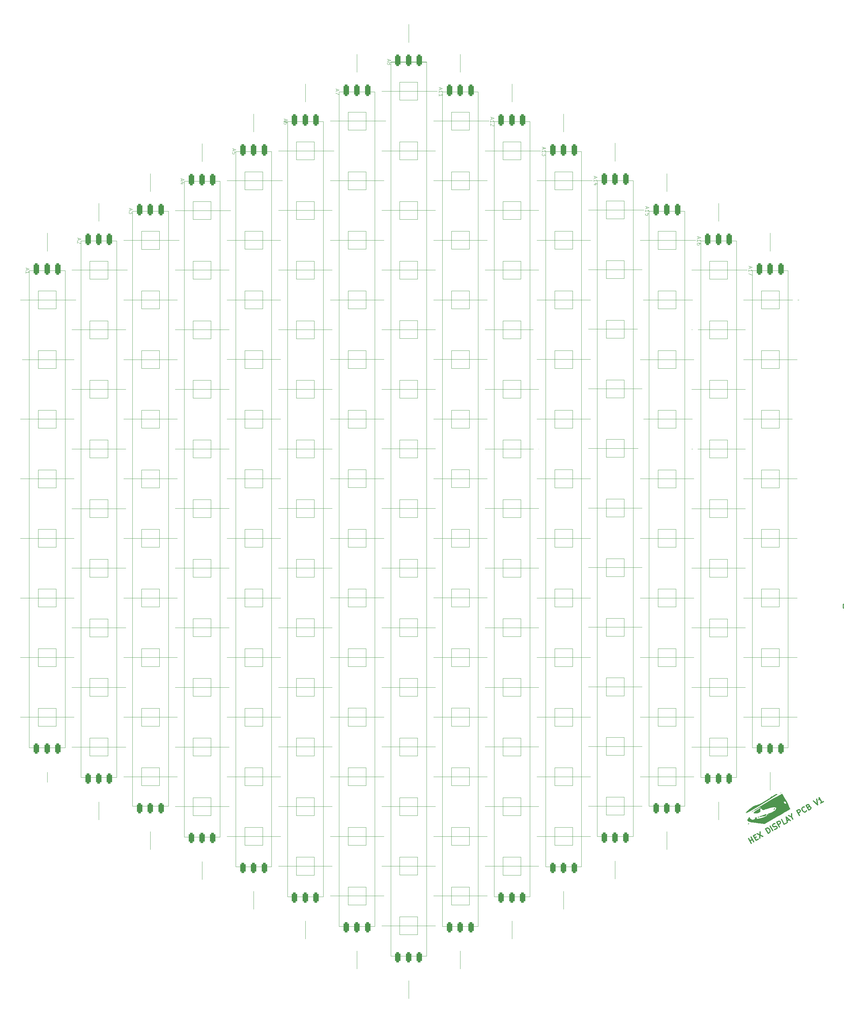
<source format=gto>
%TF.GenerationSoftware,KiCad,Pcbnew,7.0.9*%
%TF.CreationDate,2024-01-04T11:10:08-06:00*%
%TF.ProjectId,HexDisplayPCB,48657844-6973-4706-9c61-795043422e6b,rev?*%
%TF.SameCoordinates,Original*%
%TF.FileFunction,Legend,Top*%
%TF.FilePolarity,Positive*%
%FSLAX46Y46*%
G04 Gerber Fmt 4.6, Leading zero omitted, Abs format (unit mm)*
G04 Created by KiCad (PCBNEW 7.0.9) date 2024-01-04 11:10:08*
%MOMM*%
%LPD*%
G01*
G04 APERTURE LIST*
G04 Aperture macros list*
%AMRoundRect*
0 Rectangle with rounded corners*
0 $1 Rounding radius*
0 $2 $3 $4 $5 $6 $7 $8 $9 X,Y pos of 4 corners*
0 Add a 4 corners polygon primitive as box body*
4,1,4,$2,$3,$4,$5,$6,$7,$8,$9,$2,$3,0*
0 Add four circle primitives for the rounded corners*
1,1,$1+$1,$2,$3*
1,1,$1+$1,$4,$5*
1,1,$1+$1,$6,$7*
1,1,$1+$1,$8,$9*
0 Add four rect primitives between the rounded corners*
20,1,$1+$1,$2,$3,$4,$5,0*
20,1,$1+$1,$4,$5,$6,$7,0*
20,1,$1+$1,$6,$7,$8,$9,0*
20,1,$1+$1,$8,$9,$2,$3,0*%
%AMHorizOval*
0 Thick line with rounded ends*
0 $1 width*
0 $2 $3 position (X,Y) of the first rounded end (center of the circle)*
0 $4 $5 position (X,Y) of the second rounded end (center of the circle)*
0 Add line between two ends*
20,1,$1,$2,$3,$4,$5,0*
0 Add two circle primitives to create the rounded ends*
1,1,$1,$2,$3*
1,1,$1,$4,$5*%
%AMRotRect*
0 Rectangle, with rotation*
0 The origin of the aperture is its center*
0 $1 length*
0 $2 width*
0 $3 Rotation angle, in degrees counterclockwise*
0 Add horizontal line*
21,1,$1,$2,0,0,$3*%
G04 Aperture macros list end*
%ADD10C,0.300000*%
%ADD11C,0.100000*%
%ADD12RoundRect,0.381000X-0.381000X1.190500X-0.381000X-1.190500X0.381000X-1.190500X0.381000X1.190500X0*%
%ADD13RoundRect,0.381000X-0.381000X1.025500X-0.381000X-1.025500X0.381000X-1.025500X0.381000X1.025500X0*%
%ADD14C,2.286000*%
%ADD15R,1.700000X1.700000*%
%ADD16O,1.700000X1.700000*%
%ADD17RotRect,1.700000X1.700000X60.000000*%
%ADD18HorizOval,1.700000X0.000000X0.000000X0.000000X0.000000X0*%
%ADD19RotRect,3.500000X3.500000X60.000000*%
%ADD20RoundRect,0.750000X0.491025X-1.149519X1.241025X0.149519X-0.491025X1.149519X-1.241025X-0.149519X0*%
%ADD21RoundRect,0.875000X0.320272X-1.195272X1.195272X0.320272X-0.320272X1.195272X-1.195272X-0.320272X0*%
%ADD22C,1.524000*%
%ADD23RoundRect,0.102000X0.565000X0.565000X-0.565000X0.565000X-0.565000X-0.565000X0.565000X-0.565000X0*%
%ADD24C,1.334000*%
%ADD25RotRect,1.700000X1.700000X300.000000*%
%ADD26HorizOval,1.700000X0.000000X0.000000X0.000000X0.000000X0*%
%ADD27O,1.800000X1.800000*%
%ADD28O,1.500000X1.500000*%
G04 APERTURE END LIST*
D10*
X437260634Y-304985257D02*
X436510634Y-303686218D01*
X436867777Y-304304808D02*
X437610085Y-303876237D01*
X438002942Y-304556685D02*
X437252942Y-303257647D01*
X438228675Y-303519094D02*
X438661687Y-303269094D01*
X439240121Y-303842399D02*
X438621532Y-304199542D01*
X438621532Y-304199542D02*
X437871532Y-302900504D01*
X437871532Y-302900504D02*
X438490121Y-302543361D01*
X438923134Y-302293361D02*
X440539160Y-303092399D01*
X439789160Y-301793361D02*
X439673134Y-303592399D01*
X442023774Y-302235257D02*
X441273774Y-300936218D01*
X441273774Y-300936218D02*
X441583069Y-300757647D01*
X441583069Y-300757647D02*
X441804360Y-300712363D01*
X441804360Y-300712363D02*
X441999506Y-300764652D01*
X441999506Y-300764652D02*
X442132794Y-300852656D01*
X442132794Y-300852656D02*
X442337510Y-301064378D01*
X442337510Y-301064378D02*
X442444653Y-301249955D01*
X442444653Y-301249955D02*
X442525651Y-301533105D01*
X442525651Y-301533105D02*
X442535221Y-301692537D01*
X442535221Y-301692537D02*
X442482931Y-301887683D01*
X442482931Y-301887683D02*
X442333069Y-302056685D01*
X442333069Y-302056685D02*
X442023774Y-302235257D01*
X443322812Y-301485257D02*
X442572812Y-300186218D01*
X443843829Y-301101969D02*
X444065120Y-301056685D01*
X444065120Y-301056685D02*
X444374415Y-300878114D01*
X444374415Y-300878114D02*
X444462418Y-300744826D01*
X444462418Y-300744826D02*
X444488563Y-300647253D01*
X444488563Y-300647253D02*
X444478993Y-300487821D01*
X444478993Y-300487821D02*
X444407565Y-300364103D01*
X444407565Y-300364103D02*
X444274277Y-300276099D01*
X444274277Y-300276099D02*
X444176704Y-300249954D01*
X444176704Y-300249954D02*
X444017272Y-300259524D01*
X444017272Y-300259524D02*
X443734122Y-300340522D01*
X443734122Y-300340522D02*
X443574689Y-300350092D01*
X443574689Y-300350092D02*
X443477116Y-300323947D01*
X443477116Y-300323947D02*
X443343829Y-300235943D01*
X443343829Y-300235943D02*
X443272400Y-300112226D01*
X443272400Y-300112226D02*
X443262830Y-299952793D01*
X443262830Y-299952793D02*
X443288975Y-299855220D01*
X443288975Y-299855220D02*
X443376979Y-299721933D01*
X443376979Y-299721933D02*
X443686274Y-299543361D01*
X443686274Y-299543361D02*
X443907565Y-299498077D01*
X445178581Y-300413828D02*
X444428581Y-299114790D01*
X444428581Y-299114790D02*
X444923452Y-298829076D01*
X444923452Y-298829076D02*
X445082885Y-298819506D01*
X445082885Y-298819506D02*
X445180458Y-298845651D01*
X445180458Y-298845651D02*
X445313745Y-298933654D01*
X445313745Y-298933654D02*
X445420888Y-299119231D01*
X445420888Y-299119231D02*
X445430458Y-299278663D01*
X445430458Y-299278663D02*
X445404313Y-299376237D01*
X445404313Y-299376237D02*
X445316310Y-299509524D01*
X445316310Y-299509524D02*
X444821438Y-299795238D01*
X447096208Y-299306685D02*
X446477619Y-299663828D01*
X446477619Y-299663828D02*
X445727619Y-298364790D01*
X447253077Y-298721246D02*
X447871666Y-298364103D01*
X447343644Y-299163828D02*
X447026657Y-297614790D01*
X447026657Y-297614790D02*
X448209670Y-298663828D01*
X448532975Y-297652381D02*
X448890118Y-298270971D01*
X447707105Y-297221933D02*
X448532975Y-297652381D01*
X448532975Y-297652381D02*
X448573131Y-296721933D01*
X450745886Y-297199543D02*
X449995886Y-295900504D01*
X449995886Y-295900504D02*
X450490758Y-295614790D01*
X450490758Y-295614790D02*
X450650190Y-295605221D01*
X450650190Y-295605221D02*
X450747764Y-295631365D01*
X450747764Y-295631365D02*
X450881051Y-295719369D01*
X450881051Y-295719369D02*
X450988194Y-295904946D01*
X450988194Y-295904946D02*
X450997764Y-296064378D01*
X450997764Y-296064378D02*
X450971619Y-296161951D01*
X450971619Y-296161951D02*
X450883615Y-296295239D01*
X450883615Y-296295239D02*
X450388744Y-296580953D01*
X452715804Y-295897253D02*
X452689659Y-295994826D01*
X452689659Y-295994826D02*
X452539796Y-296163828D01*
X452539796Y-296163828D02*
X452416078Y-296235257D01*
X452416078Y-296235257D02*
X452194787Y-296280541D01*
X452194787Y-296280541D02*
X451999641Y-296228251D01*
X451999641Y-296228251D02*
X451866353Y-296140248D01*
X451866353Y-296140248D02*
X451661637Y-295928526D01*
X451661637Y-295928526D02*
X451554494Y-295742949D01*
X451554494Y-295742949D02*
X451473496Y-295459799D01*
X451473496Y-295459799D02*
X451463926Y-295300367D01*
X451463926Y-295300367D02*
X451516216Y-295105221D01*
X451516216Y-295105221D02*
X451666078Y-294936219D01*
X451666078Y-294936219D02*
X451789796Y-294864790D01*
X451789796Y-294864790D02*
X452011087Y-294819506D01*
X452011087Y-294819506D02*
X452108661Y-294845651D01*
X453384118Y-294769094D02*
X453605409Y-294723810D01*
X453605409Y-294723810D02*
X453702983Y-294749955D01*
X453702983Y-294749955D02*
X453836270Y-294837958D01*
X453836270Y-294837958D02*
X453943413Y-295023535D01*
X453943413Y-295023535D02*
X453952983Y-295182967D01*
X453952983Y-295182967D02*
X453926838Y-295280541D01*
X453926838Y-295280541D02*
X453838834Y-295413828D01*
X453838834Y-295413828D02*
X453343963Y-295699543D01*
X453343963Y-295699543D02*
X452593963Y-294400504D01*
X452593963Y-294400504D02*
X453026975Y-294150504D01*
X453026975Y-294150504D02*
X453186408Y-294140935D01*
X453186408Y-294140935D02*
X453283981Y-294167080D01*
X453283981Y-294167080D02*
X453417268Y-294255083D01*
X453417268Y-294255083D02*
X453488697Y-294378801D01*
X453488697Y-294378801D02*
X453498267Y-294538233D01*
X453498267Y-294538233D02*
X453472122Y-294635806D01*
X453472122Y-294635806D02*
X453384118Y-294769094D01*
X453384118Y-294769094D02*
X452951106Y-295019094D01*
X454697167Y-293186219D02*
X455880180Y-294235257D01*
X455880180Y-294235257D02*
X455563193Y-292686219D01*
X457426654Y-293342400D02*
X456684346Y-293770971D01*
X457055500Y-293556686D02*
X456305500Y-292257648D01*
X456305500Y-292257648D02*
X456288925Y-292514653D01*
X456288925Y-292514653D02*
X456236635Y-292709799D01*
X456236635Y-292709799D02*
X456148632Y-292843087D01*
D11*
X364686349Y-102098191D02*
X364686349Y-102574381D01*
X364400634Y-102002953D02*
X365400634Y-102336286D01*
X365400634Y-102336286D02*
X364400634Y-102669619D01*
X364400634Y-103526762D02*
X364400634Y-102955334D01*
X364400634Y-103241048D02*
X365400634Y-103241048D01*
X365400634Y-103241048D02*
X365257777Y-103145810D01*
X365257777Y-103145810D02*
X365162539Y-103050572D01*
X365162539Y-103050572D02*
X365114920Y-102955334D01*
X365305396Y-103907715D02*
X365353015Y-103955334D01*
X365353015Y-103955334D02*
X365400634Y-104050572D01*
X365400634Y-104050572D02*
X365400634Y-104288667D01*
X365400634Y-104288667D02*
X365353015Y-104383905D01*
X365353015Y-104383905D02*
X365305396Y-104431524D01*
X365305396Y-104431524D02*
X365210158Y-104479143D01*
X365210158Y-104479143D02*
X365114920Y-104479143D01*
X365114920Y-104479143D02*
X364972063Y-104431524D01*
X364972063Y-104431524D02*
X364400634Y-103860096D01*
X364400634Y-103860096D02*
X364400634Y-104479143D01*
X249214349Y-135907714D02*
X249214349Y-136383904D01*
X248928634Y-135812476D02*
X249928634Y-136145809D01*
X249928634Y-136145809D02*
X248928634Y-136479142D01*
X249833396Y-136764857D02*
X249881015Y-136812476D01*
X249881015Y-136812476D02*
X249928634Y-136907714D01*
X249928634Y-136907714D02*
X249928634Y-137145809D01*
X249928634Y-137145809D02*
X249881015Y-137241047D01*
X249881015Y-137241047D02*
X249833396Y-137288666D01*
X249833396Y-137288666D02*
X249738158Y-137336285D01*
X249738158Y-137336285D02*
X249642920Y-137336285D01*
X249642920Y-137336285D02*
X249500063Y-137288666D01*
X249500063Y-137288666D02*
X248928634Y-136717238D01*
X248928634Y-136717238D02*
X248928634Y-137336285D01*
X278082349Y-119241048D02*
X278082349Y-119717238D01*
X277796634Y-119145810D02*
X278796634Y-119479143D01*
X278796634Y-119479143D02*
X277796634Y-119812476D01*
X278463301Y-120574381D02*
X277796634Y-120574381D01*
X278844254Y-120336286D02*
X278129968Y-120098191D01*
X278129968Y-120098191D02*
X278129968Y-120717238D01*
X321384349Y-94241048D02*
X321384349Y-94717238D01*
X321098634Y-94145810D02*
X322098634Y-94479143D01*
X322098634Y-94479143D02*
X321098634Y-94812476D01*
X322098634Y-95050572D02*
X322098634Y-95717238D01*
X322098634Y-95717238D02*
X321098634Y-95288667D01*
X263648349Y-127574381D02*
X263648349Y-128050571D01*
X263362634Y-127479143D02*
X264362634Y-127812476D01*
X264362634Y-127812476D02*
X263362634Y-128145809D01*
X264362634Y-128383905D02*
X264362634Y-129002952D01*
X264362634Y-129002952D02*
X263981682Y-128669619D01*
X263981682Y-128669619D02*
X263981682Y-128812476D01*
X263981682Y-128812476D02*
X263934063Y-128907714D01*
X263934063Y-128907714D02*
X263886444Y-128955333D01*
X263886444Y-128955333D02*
X263791206Y-129002952D01*
X263791206Y-129002952D02*
X263553111Y-129002952D01*
X263553111Y-129002952D02*
X263457873Y-128955333D01*
X263457873Y-128955333D02*
X263410254Y-128907714D01*
X263410254Y-128907714D02*
X263362634Y-128812476D01*
X263362634Y-128812476D02*
X263362634Y-128526762D01*
X263362634Y-128526762D02*
X263410254Y-128431524D01*
X263410254Y-128431524D02*
X263457873Y-128383905D01*
X306950349Y-102574381D02*
X306950349Y-103050571D01*
X306664634Y-102479143D02*
X307664634Y-102812476D01*
X307664634Y-102812476D02*
X306664634Y-103145809D01*
X307664634Y-103907714D02*
X307664634Y-103717238D01*
X307664634Y-103717238D02*
X307617015Y-103622000D01*
X307617015Y-103622000D02*
X307569396Y-103574381D01*
X307569396Y-103574381D02*
X307426539Y-103479143D01*
X307426539Y-103479143D02*
X307236063Y-103431524D01*
X307236063Y-103431524D02*
X306855111Y-103431524D01*
X306855111Y-103431524D02*
X306759873Y-103479143D01*
X306759873Y-103479143D02*
X306712254Y-103526762D01*
X306712254Y-103526762D02*
X306664634Y-103622000D01*
X306664634Y-103622000D02*
X306664634Y-103812476D01*
X306664634Y-103812476D02*
X306712254Y-103907714D01*
X306712254Y-103907714D02*
X306759873Y-103955333D01*
X306759873Y-103955333D02*
X306855111Y-104002952D01*
X306855111Y-104002952D02*
X307093206Y-104002952D01*
X307093206Y-104002952D02*
X307188444Y-103955333D01*
X307188444Y-103955333D02*
X307236063Y-103907714D01*
X307236063Y-103907714D02*
X307283682Y-103812476D01*
X307283682Y-103812476D02*
X307283682Y-103622000D01*
X307283682Y-103622000D02*
X307236063Y-103526762D01*
X307236063Y-103526762D02*
X307188444Y-103479143D01*
X307188444Y-103479143D02*
X307093206Y-103431524D01*
X436856349Y-143764858D02*
X436856349Y-144241048D01*
X436570634Y-143669620D02*
X437570634Y-144002953D01*
X437570634Y-144002953D02*
X436570634Y-144336286D01*
X436570634Y-145193429D02*
X436570634Y-144622001D01*
X436570634Y-144907715D02*
X437570634Y-144907715D01*
X437570634Y-144907715D02*
X437427777Y-144812477D01*
X437427777Y-144812477D02*
X437332539Y-144717239D01*
X437332539Y-144717239D02*
X437284920Y-144622001D01*
X437570634Y-145526763D02*
X437570634Y-146193429D01*
X437570634Y-146193429D02*
X436570634Y-145764858D01*
X234780349Y-144241048D02*
X234780349Y-144717238D01*
X234494634Y-144145810D02*
X235494634Y-144479143D01*
X235494634Y-144479143D02*
X234494634Y-144812476D01*
X234494634Y-145669619D02*
X234494634Y-145098191D01*
X234494634Y-145383905D02*
X235494634Y-145383905D01*
X235494634Y-145383905D02*
X235351777Y-145288667D01*
X235351777Y-145288667D02*
X235256539Y-145193429D01*
X235256539Y-145193429D02*
X235208920Y-145098191D01*
X407988349Y-127098191D02*
X407988349Y-127574381D01*
X407702634Y-127002953D02*
X408702634Y-127336286D01*
X408702634Y-127336286D02*
X407702634Y-127669619D01*
X407702634Y-128526762D02*
X407702634Y-127955334D01*
X407702634Y-128241048D02*
X408702634Y-128241048D01*
X408702634Y-128241048D02*
X408559777Y-128145810D01*
X408559777Y-128145810D02*
X408464539Y-128050572D01*
X408464539Y-128050572D02*
X408416920Y-127955334D01*
X408702634Y-129431524D02*
X408702634Y-128955334D01*
X408702634Y-128955334D02*
X408226444Y-128907715D01*
X408226444Y-128907715D02*
X408274063Y-128955334D01*
X408274063Y-128955334D02*
X408321682Y-129050572D01*
X408321682Y-129050572D02*
X408321682Y-129288667D01*
X408321682Y-129288667D02*
X408274063Y-129383905D01*
X408274063Y-129383905D02*
X408226444Y-129431524D01*
X408226444Y-129431524D02*
X408131206Y-129479143D01*
X408131206Y-129479143D02*
X407893111Y-129479143D01*
X407893111Y-129479143D02*
X407797873Y-129431524D01*
X407797873Y-129431524D02*
X407750254Y-129383905D01*
X407750254Y-129383905D02*
X407702634Y-129288667D01*
X407702634Y-129288667D02*
X407702634Y-129050572D01*
X407702634Y-129050572D02*
X407750254Y-128955334D01*
X407750254Y-128955334D02*
X407797873Y-128907715D01*
X393528295Y-118618024D02*
X393528295Y-119094214D01*
X393242580Y-118522786D02*
X394242580Y-118856119D01*
X394242580Y-118856119D02*
X393242580Y-119189452D01*
X393242580Y-120046595D02*
X393242580Y-119475167D01*
X393242580Y-119760881D02*
X394242580Y-119760881D01*
X394242580Y-119760881D02*
X394099723Y-119665643D01*
X394099723Y-119665643D02*
X394004485Y-119570405D01*
X394004485Y-119570405D02*
X393956866Y-119475167D01*
X393909247Y-120903738D02*
X393242580Y-120903738D01*
X394290200Y-120665643D02*
X393575914Y-120427548D01*
X393575914Y-120427548D02*
X393575914Y-121046595D01*
X422422349Y-135431524D02*
X422422349Y-135907714D01*
X422136634Y-135336286D02*
X423136634Y-135669619D01*
X423136634Y-135669619D02*
X422136634Y-136002952D01*
X422136634Y-136860095D02*
X422136634Y-136288667D01*
X422136634Y-136574381D02*
X423136634Y-136574381D01*
X423136634Y-136574381D02*
X422993777Y-136479143D01*
X422993777Y-136479143D02*
X422898539Y-136383905D01*
X422898539Y-136383905D02*
X422850920Y-136288667D01*
X423136634Y-137717238D02*
X423136634Y-137526762D01*
X423136634Y-137526762D02*
X423089015Y-137431524D01*
X423089015Y-137431524D02*
X423041396Y-137383905D01*
X423041396Y-137383905D02*
X422898539Y-137288667D01*
X422898539Y-137288667D02*
X422708063Y-137241048D01*
X422708063Y-137241048D02*
X422327111Y-137241048D01*
X422327111Y-137241048D02*
X422231873Y-137288667D01*
X422231873Y-137288667D02*
X422184254Y-137336286D01*
X422184254Y-137336286D02*
X422136634Y-137431524D01*
X422136634Y-137431524D02*
X422136634Y-137622000D01*
X422136634Y-137622000D02*
X422184254Y-137717238D01*
X422184254Y-137717238D02*
X422231873Y-137764857D01*
X422231873Y-137764857D02*
X422327111Y-137812476D01*
X422327111Y-137812476D02*
X422565206Y-137812476D01*
X422565206Y-137812476D02*
X422660444Y-137764857D01*
X422660444Y-137764857D02*
X422708063Y-137717238D01*
X422708063Y-137717238D02*
X422755682Y-137622000D01*
X422755682Y-137622000D02*
X422755682Y-137431524D01*
X422755682Y-137431524D02*
X422708063Y-137336286D01*
X422708063Y-137336286D02*
X422660444Y-137288667D01*
X422660444Y-137288667D02*
X422565206Y-137241048D01*
X350252349Y-93764858D02*
X350252349Y-94241048D01*
X349966634Y-93669620D02*
X350966634Y-94002953D01*
X350966634Y-94002953D02*
X349966634Y-94336286D01*
X349966634Y-95193429D02*
X349966634Y-94622001D01*
X349966634Y-94907715D02*
X350966634Y-94907715D01*
X350966634Y-94907715D02*
X350823777Y-94812477D01*
X350823777Y-94812477D02*
X350728539Y-94717239D01*
X350728539Y-94717239D02*
X350680920Y-94622001D01*
X349966634Y-96145810D02*
X349966634Y-95574382D01*
X349966634Y-95860096D02*
X350966634Y-95860096D01*
X350966634Y-95860096D02*
X350823777Y-95764858D01*
X350823777Y-95764858D02*
X350728539Y-95669620D01*
X350728539Y-95669620D02*
X350680920Y-95574382D01*
X335818349Y-85907714D02*
X335818349Y-86383904D01*
X335532634Y-85812476D02*
X336532634Y-86145809D01*
X336532634Y-86145809D02*
X335532634Y-86479142D01*
X336104063Y-86955333D02*
X336151682Y-86860095D01*
X336151682Y-86860095D02*
X336199301Y-86812476D01*
X336199301Y-86812476D02*
X336294539Y-86764857D01*
X336294539Y-86764857D02*
X336342158Y-86764857D01*
X336342158Y-86764857D02*
X336437396Y-86812476D01*
X336437396Y-86812476D02*
X336485015Y-86860095D01*
X336485015Y-86860095D02*
X336532634Y-86955333D01*
X336532634Y-86955333D02*
X336532634Y-87145809D01*
X336532634Y-87145809D02*
X336485015Y-87241047D01*
X336485015Y-87241047D02*
X336437396Y-87288666D01*
X336437396Y-87288666D02*
X336342158Y-87336285D01*
X336342158Y-87336285D02*
X336294539Y-87336285D01*
X336294539Y-87336285D02*
X336199301Y-87288666D01*
X336199301Y-87288666D02*
X336151682Y-87241047D01*
X336151682Y-87241047D02*
X336104063Y-87145809D01*
X336104063Y-87145809D02*
X336104063Y-86955333D01*
X336104063Y-86955333D02*
X336056444Y-86860095D01*
X336056444Y-86860095D02*
X336008825Y-86812476D01*
X336008825Y-86812476D02*
X335913587Y-86764857D01*
X335913587Y-86764857D02*
X335723111Y-86764857D01*
X335723111Y-86764857D02*
X335627873Y-86812476D01*
X335627873Y-86812476D02*
X335580254Y-86860095D01*
X335580254Y-86860095D02*
X335532634Y-86955333D01*
X335532634Y-86955333D02*
X335532634Y-87145809D01*
X335532634Y-87145809D02*
X335580254Y-87241047D01*
X335580254Y-87241047D02*
X335627873Y-87288666D01*
X335627873Y-87288666D02*
X335723111Y-87336285D01*
X335723111Y-87336285D02*
X335913587Y-87336285D01*
X335913587Y-87336285D02*
X336008825Y-87288666D01*
X336008825Y-87288666D02*
X336056444Y-87241047D01*
X336056444Y-87241047D02*
X336104063Y-87145809D01*
X379120349Y-110431524D02*
X379120349Y-110907714D01*
X378834634Y-110336286D02*
X379834634Y-110669619D01*
X379834634Y-110669619D02*
X378834634Y-111002952D01*
X378834634Y-111860095D02*
X378834634Y-111288667D01*
X378834634Y-111574381D02*
X379834634Y-111574381D01*
X379834634Y-111574381D02*
X379691777Y-111479143D01*
X379691777Y-111479143D02*
X379596539Y-111383905D01*
X379596539Y-111383905D02*
X379548920Y-111288667D01*
X379834634Y-112193429D02*
X379834634Y-112812476D01*
X379834634Y-112812476D02*
X379453682Y-112479143D01*
X379453682Y-112479143D02*
X379453682Y-112622000D01*
X379453682Y-112622000D02*
X379406063Y-112717238D01*
X379406063Y-112717238D02*
X379358444Y-112764857D01*
X379358444Y-112764857D02*
X379263206Y-112812476D01*
X379263206Y-112812476D02*
X379025111Y-112812476D01*
X379025111Y-112812476D02*
X378929873Y-112764857D01*
X378929873Y-112764857D02*
X378882254Y-112717238D01*
X378882254Y-112717238D02*
X378834634Y-112622000D01*
X378834634Y-112622000D02*
X378834634Y-112336286D01*
X378834634Y-112336286D02*
X378882254Y-112241048D01*
X378882254Y-112241048D02*
X378929873Y-112193429D01*
X292516349Y-110907714D02*
X292516349Y-111383904D01*
X292230634Y-110812476D02*
X293230634Y-111145809D01*
X293230634Y-111145809D02*
X292230634Y-111479142D01*
X293230634Y-112288666D02*
X293230634Y-111812476D01*
X293230634Y-111812476D02*
X292754444Y-111764857D01*
X292754444Y-111764857D02*
X292802063Y-111812476D01*
X292802063Y-111812476D02*
X292849682Y-111907714D01*
X292849682Y-111907714D02*
X292849682Y-112145809D01*
X292849682Y-112145809D02*
X292802063Y-112241047D01*
X292802063Y-112241047D02*
X292754444Y-112288666D01*
X292754444Y-112288666D02*
X292659206Y-112336285D01*
X292659206Y-112336285D02*
X292421111Y-112336285D01*
X292421111Y-112336285D02*
X292325873Y-112288666D01*
X292325873Y-112288666D02*
X292278254Y-112241047D01*
X292278254Y-112241047D02*
X292230634Y-112145809D01*
X292230634Y-112145809D02*
X292230634Y-111907714D01*
X292230634Y-111907714D02*
X292278254Y-111812476D01*
X292278254Y-111812476D02*
X292325873Y-111764857D01*
%TO.C,G\u002A\u002A\u002A*%
G36*
X446734652Y-292460368D02*
G01*
X447178606Y-293257428D01*
X447521336Y-293935899D01*
X447759864Y-294489860D01*
X447774377Y-294528677D01*
X447917992Y-294900902D01*
X448027959Y-295139567D01*
X448119460Y-295273257D01*
X448198652Y-295327478D01*
X448218452Y-295348428D01*
X448196297Y-295388317D01*
X448121210Y-295453913D01*
X447982207Y-295551983D01*
X447768311Y-295689297D01*
X447468541Y-295872620D01*
X447071917Y-296108722D01*
X446567461Y-296404371D01*
X445944188Y-296766334D01*
X445191122Y-297201379D01*
X444689615Y-297490394D01*
X441030557Y-299597785D01*
X440137079Y-299507773D01*
X439712807Y-299460906D01*
X439302962Y-299408529D01*
X438967280Y-299358593D01*
X438829732Y-299333804D01*
X438514408Y-299283310D01*
X438282497Y-299257160D01*
X438127702Y-299239705D01*
X437844708Y-299218155D01*
X437544813Y-299194317D01*
X437312755Y-299162595D01*
X437200788Y-299130709D01*
X437076388Y-299076599D01*
X436860947Y-299013424D01*
X436807191Y-299000404D01*
X436524568Y-298889631D01*
X436311314Y-298722612D01*
X436202829Y-298534325D01*
X436208215Y-298408515D01*
X436288088Y-298259809D01*
X436431744Y-298042084D01*
X436516739Y-297924666D01*
X436772956Y-297582144D01*
X436911538Y-297882476D01*
X437108391Y-298167745D01*
X437351730Y-298330588D01*
X437563343Y-298412240D01*
X437747969Y-298408074D01*
X437984859Y-298314131D01*
X438019362Y-298297231D01*
X438263358Y-298155745D01*
X438380360Y-298024909D01*
X438404899Y-297935711D01*
X438467208Y-297750119D01*
X438529724Y-297672014D01*
X438669206Y-297638268D01*
X438779317Y-297729990D01*
X438818268Y-297903771D01*
X438810264Y-297963424D01*
X438793852Y-298111990D01*
X438866568Y-298155533D01*
X438947348Y-298155874D01*
X439106692Y-298133767D01*
X439388484Y-298072203D01*
X439803734Y-297968485D01*
X440363445Y-297819912D01*
X440770916Y-297708742D01*
X441130908Y-297578603D01*
X441417457Y-297415395D01*
X441593291Y-297243029D01*
X441628444Y-297158626D01*
X441676498Y-297030811D01*
X441716291Y-297009295D01*
X441743713Y-296990411D01*
X442050053Y-296990411D01*
X442065796Y-297072871D01*
X442124754Y-297078240D01*
X442169022Y-296993572D01*
X442194122Y-296859534D01*
X442174301Y-296822117D01*
X442091984Y-296867550D01*
X442050053Y-296990411D01*
X441743713Y-296990411D01*
X441792110Y-296957083D01*
X441825265Y-296891919D01*
X441930942Y-296776308D01*
X442175023Y-296656929D01*
X442306236Y-296608740D01*
X442945790Y-296365604D01*
X443437041Y-296127289D01*
X443800016Y-295880222D01*
X444054745Y-295610835D01*
X444218179Y-295313307D01*
X444276303Y-295123727D01*
X444241653Y-295026650D01*
X444184999Y-294997350D01*
X444166700Y-294987886D01*
X443840780Y-294917321D01*
X443434922Y-294922934D01*
X442933808Y-295007525D01*
X442322119Y-295173892D01*
X441584539Y-295424832D01*
X441398974Y-295493496D01*
X441023687Y-295629275D01*
X440773183Y-295704763D01*
X440616374Y-295725825D01*
X440522170Y-295698330D01*
X440486637Y-295665655D01*
X440334416Y-295519275D01*
X440140251Y-295372280D01*
X439956706Y-295259970D01*
X439836346Y-295217647D01*
X439824240Y-295220825D01*
X439802039Y-295315704D01*
X439805000Y-295524776D01*
X439821007Y-295700235D01*
X439837359Y-295969871D01*
X439821955Y-296174554D01*
X439797462Y-296241491D01*
X439667978Y-296328217D01*
X439431851Y-296433977D01*
X439146974Y-296537773D01*
X438871236Y-296618604D01*
X438662526Y-296655472D01*
X438655387Y-296655770D01*
X438439406Y-296641048D01*
X438182723Y-296597112D01*
X438180049Y-296596504D01*
X437965003Y-296561705D01*
X437822784Y-296563960D01*
X437815115Y-296566745D01*
X437790529Y-296559492D01*
X437873204Y-296473305D01*
X438035077Y-296331045D01*
X438248091Y-296155573D01*
X438484183Y-295969753D01*
X438715295Y-295796444D01*
X438913367Y-295658509D01*
X438984859Y-295613706D01*
X439291558Y-295421868D01*
X439636126Y-295191601D01*
X439830895Y-295054288D01*
X440068477Y-294873401D01*
X440168778Y-294776557D01*
X440139474Y-294760264D01*
X439988243Y-294821035D01*
X439722758Y-294955378D01*
X439350696Y-295159805D01*
X438879732Y-295430828D01*
X438473557Y-295671311D01*
X437997395Y-295952644D01*
X437623354Y-296166352D01*
X437361620Y-296306983D01*
X437311845Y-296329180D01*
X437222375Y-296369080D01*
X437215802Y-296347189D01*
X437220444Y-296342498D01*
X437342436Y-296248499D01*
X437589224Y-296079395D01*
X437940921Y-295848058D01*
X438377637Y-295567359D01*
X438879486Y-295250171D01*
X439426577Y-294909364D01*
X439604675Y-294799440D01*
X439955725Y-294583582D01*
X440335310Y-294583582D01*
X440393139Y-294599077D01*
X440408633Y-294541249D01*
X440350805Y-294525754D01*
X440335310Y-294583582D01*
X439955725Y-294583582D01*
X440375905Y-294325217D01*
X441029133Y-293925638D01*
X441590011Y-293585698D01*
X441861146Y-293423672D01*
X446355386Y-293423672D01*
X446420724Y-293605948D01*
X446462896Y-293682205D01*
X446616549Y-293864592D01*
X446789033Y-293957284D01*
X446938588Y-293955722D01*
X447023453Y-293855347D01*
X447025612Y-293743642D01*
X446924150Y-293475270D01*
X446722530Y-293341422D01*
X446609415Y-293323909D01*
X446415091Y-293337465D01*
X446355386Y-293423672D01*
X441861146Y-293423672D01*
X442084189Y-293290385D01*
X442537319Y-293024694D01*
X442975051Y-292773615D01*
X443423036Y-292522142D01*
X443906926Y-292255264D01*
X444452372Y-291957975D01*
X444573546Y-291892224D01*
X445969181Y-291135336D01*
X446734652Y-292460368D01*
G37*
G36*
X441539610Y-296926843D02*
G01*
X441556437Y-297032697D01*
X441540442Y-297107988D01*
X441477868Y-297249283D01*
X441385484Y-297250668D01*
X441377059Y-297246312D01*
X441277016Y-297234414D01*
X441201578Y-297357237D01*
X441197786Y-297367033D01*
X441146015Y-297467856D01*
X441131062Y-297423711D01*
X441088035Y-297358803D01*
X440942826Y-297410627D01*
X440913853Y-297426911D01*
X440711067Y-297495725D01*
X440642894Y-297465285D01*
X440554617Y-297425869D01*
X440471112Y-297377599D01*
X440794772Y-297377599D01*
X440824293Y-297377859D01*
X440923713Y-297271782D01*
X440966566Y-297200948D01*
X440991711Y-297108964D01*
X440962190Y-297108704D01*
X440862770Y-297214781D01*
X440819918Y-297285615D01*
X440794772Y-297377599D01*
X440471112Y-297377599D01*
X440445268Y-297362660D01*
X440407706Y-297394489D01*
X440337196Y-297517575D01*
X440194462Y-297598341D01*
X440053377Y-297605602D01*
X440002406Y-297565568D01*
X439965313Y-297534610D01*
X439942589Y-297515645D01*
X439927063Y-297562071D01*
X439851742Y-297630801D01*
X439713127Y-297612263D01*
X439580146Y-297564725D01*
X439592323Y-297511903D01*
X439637987Y-297483306D01*
X440054173Y-297483306D01*
X440112002Y-297498801D01*
X440127497Y-297440973D01*
X440069669Y-297425478D01*
X440054173Y-297483306D01*
X439637987Y-297483306D01*
X439722372Y-297430460D01*
X439977633Y-297312035D01*
X440151012Y-297290807D01*
X440216812Y-297369649D01*
X440216838Y-297375195D01*
X440232974Y-297420151D01*
X440273380Y-297336448D01*
X440344653Y-297238162D01*
X440498599Y-297149750D01*
X440771996Y-297051768D01*
X440867916Y-297022102D01*
X441218527Y-296924506D01*
X441434699Y-296891765D01*
X441539610Y-296926843D01*
G37*
G36*
X441720966Y-296814277D02*
G01*
X441705472Y-296872105D01*
X441647644Y-296856610D01*
X441663139Y-296798782D01*
X441720966Y-296814277D01*
G37*
G36*
X443914279Y-295211310D02*
G01*
X443935207Y-295259710D01*
X443910688Y-295428398D01*
X443793376Y-295551768D01*
X443646355Y-295635867D01*
X443568749Y-295595293D01*
X443547821Y-295546892D01*
X443572340Y-295378205D01*
X443689652Y-295254834D01*
X443836674Y-295170735D01*
X443914279Y-295211310D01*
G37*
G36*
X436664590Y-299454684D02*
G01*
X436665798Y-299488468D01*
X436595987Y-299597776D01*
X436460592Y-299693367D01*
X436342060Y-299742978D01*
X436359269Y-299699420D01*
X436368122Y-299690473D01*
X436416808Y-299578666D01*
X436381966Y-299530561D01*
X436357218Y-299479781D01*
X436442425Y-299454171D01*
X436591299Y-299423688D01*
X436633790Y-299409184D01*
X436664590Y-299454684D01*
G37*
G36*
X439193939Y-297686669D02*
G01*
X439260998Y-297831881D01*
X439263110Y-297891145D01*
X439197398Y-297847200D01*
X439145310Y-297771775D01*
X439025577Y-297661177D01*
X438951164Y-297647171D01*
X438906808Y-297629741D01*
X438963131Y-297583232D01*
X439092567Y-297570592D01*
X439193939Y-297686669D01*
G37*
G36*
X439410049Y-297487110D02*
G01*
X439456321Y-297584064D01*
X439466913Y-297736439D01*
X439437867Y-297790249D01*
X439349719Y-297759159D01*
X439288428Y-297680997D01*
X439262729Y-297537288D01*
X439306883Y-297474814D01*
X439410049Y-297487110D01*
G37*
G36*
X439058128Y-297846549D02*
G01*
X439073231Y-297895952D01*
X439037469Y-297923654D01*
X438961625Y-297931672D01*
X438960363Y-297902994D01*
X439042315Y-297843978D01*
X439058128Y-297846549D01*
G37*
G36*
X438218047Y-297859042D02*
G01*
X438202552Y-297916871D01*
X438144724Y-297901375D01*
X438160219Y-297843547D01*
X438218047Y-297859042D01*
G37*
G36*
X438280028Y-297627728D02*
G01*
X438264532Y-297685556D01*
X438206704Y-297670062D01*
X438222199Y-297612234D01*
X438280028Y-297627728D01*
G37*
G36*
X444545184Y-291300134D02*
G01*
X444539611Y-291360719D01*
X444461508Y-291431778D01*
X444253615Y-291579414D01*
X443931823Y-291793885D01*
X443512026Y-292065455D01*
X443010114Y-292384379D01*
X442441979Y-292740920D01*
X441823516Y-293125337D01*
X441170613Y-293527890D01*
X440499163Y-293938840D01*
X439825059Y-294348446D01*
X439164192Y-294746967D01*
X438532455Y-295124665D01*
X437945737Y-295471798D01*
X437419935Y-295778628D01*
X436970936Y-296035413D01*
X436614635Y-296232414D01*
X436449270Y-296319234D01*
X436110512Y-296478361D01*
X435876740Y-296561149D01*
X435759763Y-296566004D01*
X435771394Y-296491328D01*
X435853058Y-296399826D01*
X435959980Y-296262232D01*
X435976232Y-296177438D01*
X436014797Y-296085596D01*
X436171946Y-295924494D01*
X436421418Y-295712591D01*
X436736954Y-295468346D01*
X437092295Y-295210215D01*
X437461181Y-294956658D01*
X437817352Y-294726132D01*
X438134548Y-294537096D01*
X438386511Y-294408007D01*
X438546980Y-294357325D01*
X438564620Y-294358028D01*
X438815231Y-294334947D01*
X439194936Y-294209578D01*
X439699356Y-293983833D01*
X440324112Y-293659632D01*
X440889080Y-293341408D01*
X441472064Y-292994723D01*
X441944899Y-292694445D01*
X442219134Y-292502014D01*
X442292921Y-292450238D01*
X442482769Y-292290905D01*
X442720041Y-292090355D01*
X442963142Y-291936200D01*
X443057367Y-291895181D01*
X443309012Y-291782372D01*
X443505147Y-291655610D01*
X443610846Y-291580348D01*
X443815506Y-291580348D01*
X443850739Y-291618129D01*
X443892612Y-291601009D01*
X443937476Y-291539336D01*
X443913271Y-291523904D01*
X443821186Y-291565368D01*
X443815506Y-291580348D01*
X443610846Y-291580348D01*
X443785532Y-291455965D01*
X444060157Y-291311921D01*
X444298594Y-291232151D01*
X444470412Y-291225330D01*
X444545184Y-291300134D01*
G37*
G36*
X445688072Y-290816947D02*
G01*
X445589196Y-290888862D01*
X445512067Y-290934655D01*
X445365902Y-291009418D01*
X445334797Y-291005295D01*
X445365341Y-290974876D01*
X445549579Y-290852767D01*
X445659489Y-290807023D01*
X445688072Y-290816947D01*
G37*
G36*
X435774871Y-296336670D02*
G01*
X435759376Y-296394500D01*
X435701548Y-296379004D01*
X435717043Y-296321176D01*
X435774871Y-296336670D01*
G37*
%TO.C,A12*%
X370398054Y-97788667D02*
X370398054Y-92788667D01*
X374334421Y-103293012D02*
X364334421Y-103293012D01*
X372898054Y-111446667D02*
X378398054Y-111446667D01*
X362898054Y-111446667D02*
X377898054Y-111446667D01*
X362898054Y-128106667D02*
X377898054Y-128106667D01*
X362898054Y-144766667D02*
X377898054Y-144766667D01*
X362898054Y-161426667D02*
X377898054Y-161426667D01*
X362898054Y-178086667D02*
X377898054Y-178086667D01*
X362898054Y-194746667D02*
X377898054Y-194746667D01*
X362898054Y-211406667D02*
X377898054Y-211406667D01*
X362898054Y-228066667D02*
X377898054Y-228066667D01*
X362898054Y-244726667D02*
X377898054Y-244726667D01*
X362898054Y-261386667D02*
X377898054Y-261386667D01*
X362898054Y-278046667D02*
X377898054Y-278046667D01*
X362898054Y-294706667D02*
X377898054Y-294706667D01*
X362898054Y-311366667D02*
X377898054Y-311366667D01*
X370398054Y-326713667D02*
X370398054Y-331713667D01*
X375398054Y-103292417D02*
X365398054Y-103292417D01*
X365398054Y-103292417D02*
X365398054Y-319888667D01*
X365398054Y-319888667D02*
X375398054Y-319888667D01*
X375398054Y-319888667D02*
X375398054Y-103292417D01*
X372898054Y-108946667D02*
X367898054Y-108946667D01*
X367898054Y-108946667D02*
X367898054Y-113946667D01*
X367898054Y-113946667D02*
X372898054Y-113946667D01*
X372898054Y-113946667D02*
X372898054Y-108946667D01*
X372898054Y-125606667D02*
X367898054Y-125606667D01*
X367898054Y-125606667D02*
X367898054Y-130606667D01*
X367898054Y-130606667D02*
X372898054Y-130606667D01*
X372898054Y-130606667D02*
X372898054Y-125606667D01*
X372898054Y-142266667D02*
X367898054Y-142266667D01*
X367898054Y-142266667D02*
X367898054Y-147266667D01*
X367898054Y-147266667D02*
X372898054Y-147266667D01*
X372898054Y-147266667D02*
X372898054Y-142266667D01*
X372898054Y-158926667D02*
X367898054Y-158926667D01*
X367898054Y-158926667D02*
X367898054Y-163926667D01*
X367898054Y-163926667D02*
X372898054Y-163926667D01*
X372898054Y-163926667D02*
X372898054Y-158926667D01*
X372898054Y-175586667D02*
X367898054Y-175586667D01*
X367898054Y-175586667D02*
X367898054Y-180586667D01*
X367898054Y-180586667D02*
X372898054Y-180586667D01*
X372898054Y-180586667D02*
X372898054Y-175586667D01*
X372898054Y-192246667D02*
X367898054Y-192246667D01*
X367898054Y-192246667D02*
X367898054Y-197246667D01*
X367898054Y-197246667D02*
X372898054Y-197246667D01*
X372898054Y-197246667D02*
X372898054Y-192246667D01*
X372898054Y-208906667D02*
X367898054Y-208906667D01*
X367898054Y-208906667D02*
X367898054Y-213906667D01*
X367898054Y-213906667D02*
X372898054Y-213906667D01*
X372898054Y-213906667D02*
X372898054Y-208906667D01*
X372898054Y-225566667D02*
X367898054Y-225566667D01*
X367898054Y-225566667D02*
X367898054Y-230566667D01*
X367898054Y-230566667D02*
X372898054Y-230566667D01*
X372898054Y-230566667D02*
X372898054Y-225566667D01*
X372898054Y-242226667D02*
X367898054Y-242226667D01*
X367898054Y-242226667D02*
X367898054Y-247226667D01*
X367898054Y-247226667D02*
X372898054Y-247226667D01*
X372898054Y-247226667D02*
X372898054Y-242226667D01*
X372898054Y-258886667D02*
X367898054Y-258886667D01*
X367898054Y-258886667D02*
X367898054Y-263886667D01*
X367898054Y-263886667D02*
X372898054Y-263886667D01*
X372898054Y-263886667D02*
X372898054Y-258886667D01*
X372898054Y-275546667D02*
X367898054Y-275546667D01*
X367898054Y-275546667D02*
X367898054Y-280546667D01*
X367898054Y-280546667D02*
X372898054Y-280546667D01*
X372898054Y-280546667D02*
X372898054Y-275546667D01*
X372898054Y-292206667D02*
X367898054Y-292206667D01*
X367898054Y-292206667D02*
X367898054Y-297206667D01*
X367898054Y-297206667D02*
X372898054Y-297206667D01*
X372898054Y-297206667D02*
X372898054Y-292206667D01*
X372898054Y-308866667D02*
X367898054Y-308866667D01*
X367898054Y-308866667D02*
X367898054Y-313866667D01*
X367898054Y-313866667D02*
X372898054Y-313866667D01*
X372898054Y-313866667D02*
X372898054Y-308866667D01*
%TO.C,A2*%
X254926054Y-131122000D02*
X254926054Y-126122000D01*
X259926054Y-136622000D02*
X249926054Y-136622000D01*
X257426054Y-144780000D02*
X262926054Y-144780000D01*
X247426054Y-144780000D02*
X262426054Y-144780000D01*
X247426054Y-161440000D02*
X262426054Y-161440000D01*
X247426054Y-178100000D02*
X262426054Y-178100000D01*
X247426054Y-194760000D02*
X262426054Y-194760000D01*
X247426054Y-211420000D02*
X262426054Y-211420000D01*
X247426054Y-228080000D02*
X262426054Y-228080000D01*
X247426054Y-244740000D02*
X262426054Y-244740000D01*
X247426054Y-261400000D02*
X262426054Y-261400000D01*
X247426054Y-278060000D02*
X262426054Y-278060000D01*
X254926054Y-293407000D02*
X254926054Y-298407000D01*
X259926054Y-136621772D02*
X249926054Y-136621772D01*
X249926054Y-136621772D02*
X249926054Y-286582000D01*
X249926054Y-286582000D02*
X259926054Y-286582000D01*
X259926054Y-286582000D02*
X259926054Y-136621772D01*
X257426054Y-142280000D02*
X252426054Y-142280000D01*
X252426054Y-142280000D02*
X252426054Y-147280000D01*
X252426054Y-147280000D02*
X257426054Y-147280000D01*
X257426054Y-147280000D02*
X257426054Y-142280000D01*
X257426054Y-158940000D02*
X252426054Y-158940000D01*
X252426054Y-158940000D02*
X252426054Y-163940000D01*
X252426054Y-163940000D02*
X257426054Y-163940000D01*
X257426054Y-163940000D02*
X257426054Y-158940000D01*
X257426054Y-175600000D02*
X252426054Y-175600000D01*
X252426054Y-175600000D02*
X252426054Y-180600000D01*
X252426054Y-180600000D02*
X257426054Y-180600000D01*
X257426054Y-180600000D02*
X257426054Y-175600000D01*
X257426054Y-192260000D02*
X252426054Y-192260000D01*
X252426054Y-192260000D02*
X252426054Y-197260000D01*
X252426054Y-197260000D02*
X257426054Y-197260000D01*
X257426054Y-197260000D02*
X257426054Y-192260000D01*
X257426054Y-208920000D02*
X252426054Y-208920000D01*
X252426054Y-208920000D02*
X252426054Y-213920000D01*
X252426054Y-213920000D02*
X257426054Y-213920000D01*
X257426054Y-213920000D02*
X257426054Y-208920000D01*
X257426054Y-225580000D02*
X252426054Y-225580000D01*
X252426054Y-225580000D02*
X252426054Y-230580000D01*
X252426054Y-230580000D02*
X257426054Y-230580000D01*
X257426054Y-230580000D02*
X257426054Y-225580000D01*
X257426054Y-242240000D02*
X252426054Y-242240000D01*
X252426054Y-242240000D02*
X252426054Y-247240000D01*
X252426054Y-247240000D02*
X257426054Y-247240000D01*
X257426054Y-247240000D02*
X257426054Y-242240000D01*
X257426054Y-258900000D02*
X252426054Y-258900000D01*
X252426054Y-258900000D02*
X252426054Y-263900000D01*
X252426054Y-263900000D02*
X257426054Y-263900000D01*
X257426054Y-263900000D02*
X257426054Y-258900000D01*
X257426054Y-275560000D02*
X252426054Y-275560000D01*
X252426054Y-275560000D02*
X252426054Y-280560000D01*
X252426054Y-280560000D02*
X257426054Y-280560000D01*
X257426054Y-280560000D02*
X257426054Y-275560000D01*
%TO.C,A4*%
X283794054Y-114455334D02*
X283794054Y-109455334D01*
X288794054Y-119955334D02*
X278794054Y-119955334D01*
X286294054Y-128113334D02*
X291794054Y-128113334D01*
X276294054Y-128113334D02*
X291294054Y-128113334D01*
X276294054Y-144773334D02*
X291294054Y-144773334D01*
X276294054Y-161433334D02*
X291294054Y-161433334D01*
X276294054Y-178093334D02*
X291294054Y-178093334D01*
X276294054Y-194753334D02*
X291294054Y-194753334D01*
X276294054Y-211413334D02*
X291294054Y-211413334D01*
X276294054Y-228073334D02*
X291294054Y-228073334D01*
X276294054Y-244733334D02*
X291294054Y-244733334D01*
X276294054Y-261393334D02*
X291294054Y-261393334D01*
X276294054Y-278053334D02*
X291294054Y-278053334D01*
X276294054Y-294713334D02*
X291294054Y-294713334D01*
X283794054Y-310060334D02*
X283794054Y-315060334D01*
X288794054Y-119935334D02*
X278794054Y-119935334D01*
X278794054Y-119935334D02*
X278794054Y-303235334D01*
X278794054Y-303235334D02*
X288794054Y-303235334D01*
X288794054Y-303235334D02*
X288794054Y-119935334D01*
X286294054Y-125613334D02*
X281294054Y-125613334D01*
X281294054Y-125613334D02*
X281294054Y-130613334D01*
X281294054Y-130613334D02*
X286294054Y-130613334D01*
X286294054Y-130613334D02*
X286294054Y-125613334D01*
X286294054Y-142273334D02*
X281294054Y-142273334D01*
X281294054Y-142273334D02*
X281294054Y-147273334D01*
X281294054Y-147273334D02*
X286294054Y-147273334D01*
X286294054Y-147273334D02*
X286294054Y-142273334D01*
X286294054Y-158933334D02*
X281294054Y-158933334D01*
X281294054Y-158933334D02*
X281294054Y-163933334D01*
X281294054Y-163933334D02*
X286294054Y-163933334D01*
X286294054Y-163933334D02*
X286294054Y-158933334D01*
X286294054Y-175593334D02*
X281294054Y-175593334D01*
X281294054Y-175593334D02*
X281294054Y-180593334D01*
X281294054Y-180593334D02*
X286294054Y-180593334D01*
X286294054Y-180593334D02*
X286294054Y-175593334D01*
X286294054Y-192253334D02*
X281294054Y-192253334D01*
X281294054Y-192253334D02*
X281294054Y-197253334D01*
X281294054Y-197253334D02*
X286294054Y-197253334D01*
X286294054Y-197253334D02*
X286294054Y-192253334D01*
X286294054Y-208913334D02*
X281294054Y-208913334D01*
X281294054Y-208913334D02*
X281294054Y-213913334D01*
X281294054Y-213913334D02*
X286294054Y-213913334D01*
X286294054Y-213913334D02*
X286294054Y-208913334D01*
X286294054Y-225573334D02*
X281294054Y-225573334D01*
X281294054Y-225573334D02*
X281294054Y-230573334D01*
X281294054Y-230573334D02*
X286294054Y-230573334D01*
X286294054Y-230573334D02*
X286294054Y-225573334D01*
X286294054Y-242233334D02*
X281294054Y-242233334D01*
X281294054Y-242233334D02*
X281294054Y-247233334D01*
X281294054Y-247233334D02*
X286294054Y-247233334D01*
X286294054Y-247233334D02*
X286294054Y-242233334D01*
X286294054Y-258893334D02*
X281294054Y-258893334D01*
X281294054Y-258893334D02*
X281294054Y-263893334D01*
X281294054Y-263893334D02*
X286294054Y-263893334D01*
X286294054Y-263893334D02*
X286294054Y-258893334D01*
X286294054Y-275553334D02*
X281294054Y-275553334D01*
X281294054Y-275553334D02*
X281294054Y-280553334D01*
X281294054Y-280553334D02*
X286294054Y-280553334D01*
X286294054Y-280553334D02*
X286294054Y-275553334D01*
X286294054Y-292213334D02*
X281294054Y-292213334D01*
X281294054Y-292213334D02*
X281294054Y-297213334D01*
X281294054Y-297213334D02*
X286294054Y-297213334D01*
X286294054Y-297213334D02*
X286294054Y-292213334D01*
%TO.C,A7*%
X327096054Y-89455334D02*
X327096054Y-84455334D01*
X332096054Y-94955334D02*
X322096054Y-94955334D01*
X329596054Y-103113334D02*
X335096054Y-103113334D01*
X319596054Y-103113334D02*
X334596054Y-103113334D01*
X319596054Y-119773334D02*
X334596054Y-119773334D01*
X319596054Y-136433334D02*
X334596054Y-136433334D01*
X319596054Y-153093334D02*
X334596054Y-153093334D01*
X319596054Y-169753334D02*
X334596054Y-169753334D01*
X319596054Y-186413334D02*
X334596054Y-186413334D01*
X319596054Y-203073334D02*
X334596054Y-203073334D01*
X319596054Y-219733334D02*
X334596054Y-219733334D01*
X319596054Y-236393334D02*
X334596054Y-236393334D01*
X319596054Y-253053334D02*
X334596054Y-253053334D01*
X319596054Y-269713334D02*
X334596054Y-269713334D01*
X319596054Y-286373334D02*
X334596054Y-286373334D01*
X319596054Y-303033334D02*
X334596054Y-303033334D01*
X319596054Y-319693334D02*
X334596054Y-319693334D01*
X327096054Y-335040334D02*
X327096054Y-340040334D01*
X332096054Y-94955334D02*
X322096054Y-94955334D01*
X322096054Y-94955334D02*
X322096054Y-328255334D01*
X322096054Y-328255334D02*
X332096054Y-328255334D01*
X332096054Y-328255334D02*
X332096054Y-94955334D01*
X329596054Y-100613334D02*
X324596054Y-100613334D01*
X324596054Y-100613334D02*
X324596054Y-105613334D01*
X324596054Y-105613334D02*
X329596054Y-105613334D01*
X329596054Y-105613334D02*
X329596054Y-100613334D01*
X329596054Y-117273334D02*
X324596054Y-117273334D01*
X324596054Y-117273334D02*
X324596054Y-122273334D01*
X324596054Y-122273334D02*
X329596054Y-122273334D01*
X329596054Y-122273334D02*
X329596054Y-117273334D01*
X329596054Y-133933334D02*
X324596054Y-133933334D01*
X324596054Y-133933334D02*
X324596054Y-138933334D01*
X324596054Y-138933334D02*
X329596054Y-138933334D01*
X329596054Y-138933334D02*
X329596054Y-133933334D01*
X329596054Y-150593334D02*
X324596054Y-150593334D01*
X324596054Y-150593334D02*
X324596054Y-155593334D01*
X324596054Y-155593334D02*
X329596054Y-155593334D01*
X329596054Y-155593334D02*
X329596054Y-150593334D01*
X329596054Y-167253334D02*
X324596054Y-167253334D01*
X324596054Y-167253334D02*
X324596054Y-172253334D01*
X324596054Y-172253334D02*
X329596054Y-172253334D01*
X329596054Y-172253334D02*
X329596054Y-167253334D01*
X329596054Y-183913334D02*
X324596054Y-183913334D01*
X324596054Y-183913334D02*
X324596054Y-188913334D01*
X324596054Y-188913334D02*
X329596054Y-188913334D01*
X329596054Y-188913334D02*
X329596054Y-183913334D01*
X329596054Y-200573334D02*
X324596054Y-200573334D01*
X324596054Y-200573334D02*
X324596054Y-205573334D01*
X324596054Y-205573334D02*
X329596054Y-205573334D01*
X329596054Y-205573334D02*
X329596054Y-200573334D01*
X329596054Y-217233334D02*
X324596054Y-217233334D01*
X324596054Y-217233334D02*
X324596054Y-222233334D01*
X324596054Y-222233334D02*
X329596054Y-222233334D01*
X329596054Y-222233334D02*
X329596054Y-217233334D01*
X329596054Y-233893334D02*
X324596054Y-233893334D01*
X324596054Y-233893334D02*
X324596054Y-238893334D01*
X324596054Y-238893334D02*
X329596054Y-238893334D01*
X329596054Y-238893334D02*
X329596054Y-233893334D01*
X329596054Y-250553334D02*
X324596054Y-250553334D01*
X324596054Y-250553334D02*
X324596054Y-255553334D01*
X324596054Y-255553334D02*
X329596054Y-255553334D01*
X329596054Y-255553334D02*
X329596054Y-250553334D01*
X329596054Y-267213334D02*
X324596054Y-267213334D01*
X324596054Y-267213334D02*
X324596054Y-272213334D01*
X324596054Y-272213334D02*
X329596054Y-272213334D01*
X329596054Y-272213334D02*
X329596054Y-267213334D01*
X329596054Y-283873334D02*
X324596054Y-283873334D01*
X324596054Y-283873334D02*
X324596054Y-288873334D01*
X324596054Y-288873334D02*
X329596054Y-288873334D01*
X329596054Y-288873334D02*
X329596054Y-283873334D01*
X329596054Y-300533334D02*
X324596054Y-300533334D01*
X324596054Y-300533334D02*
X324596054Y-305533334D01*
X324596054Y-305533334D02*
X329596054Y-305533334D01*
X329596054Y-305533334D02*
X329596054Y-300533334D01*
X329596054Y-317193334D02*
X324596054Y-317193334D01*
X324596054Y-317193334D02*
X324596054Y-322193334D01*
X324596054Y-322193334D02*
X329596054Y-322193334D01*
X329596054Y-322193334D02*
X329596054Y-317193334D01*
%TO.C,A3*%
X269360054Y-122788667D02*
X269360054Y-117788667D01*
X274360054Y-128288667D02*
X264360054Y-128288667D01*
X271860054Y-136446667D02*
X277360054Y-136446667D01*
X261860054Y-136446667D02*
X276860054Y-136446667D01*
X261860054Y-153106667D02*
X276860054Y-153106667D01*
X261860054Y-169766667D02*
X276860054Y-169766667D01*
X261860054Y-186426667D02*
X276860054Y-186426667D01*
X261860054Y-203086667D02*
X276860054Y-203086667D01*
X261860054Y-219746667D02*
X276860054Y-219746667D01*
X261860054Y-236406667D02*
X276860054Y-236406667D01*
X261860054Y-253066667D02*
X276860054Y-253066667D01*
X261860054Y-269726667D02*
X276860054Y-269726667D01*
X261860054Y-286386667D02*
X276860054Y-286386667D01*
X269360054Y-301733667D02*
X269360054Y-306733667D01*
X274360054Y-128288667D02*
X264360054Y-128288667D01*
X264360054Y-128288667D02*
X264360054Y-294588667D01*
X264360054Y-294588667D02*
X274360054Y-294588667D01*
X274360054Y-294588667D02*
X274360054Y-128288667D01*
X271860054Y-133946667D02*
X266860054Y-133946667D01*
X266860054Y-133946667D02*
X266860054Y-138946667D01*
X266860054Y-138946667D02*
X271860054Y-138946667D01*
X271860054Y-138946667D02*
X271860054Y-133946667D01*
X271860054Y-150606667D02*
X266860054Y-150606667D01*
X266860054Y-150606667D02*
X266860054Y-155606667D01*
X266860054Y-155606667D02*
X271860054Y-155606667D01*
X271860054Y-155606667D02*
X271860054Y-150606667D01*
X271860054Y-167266667D02*
X266860054Y-167266667D01*
X266860054Y-167266667D02*
X266860054Y-172266667D01*
X266860054Y-172266667D02*
X271860054Y-172266667D01*
X271860054Y-172266667D02*
X271860054Y-167266667D01*
X271860054Y-183926667D02*
X266860054Y-183926667D01*
X266860054Y-183926667D02*
X266860054Y-188926667D01*
X266860054Y-188926667D02*
X271860054Y-188926667D01*
X271860054Y-188926667D02*
X271860054Y-183926667D01*
X271860054Y-200586667D02*
X266860054Y-200586667D01*
X266860054Y-200586667D02*
X266860054Y-205586667D01*
X266860054Y-205586667D02*
X271860054Y-205586667D01*
X271860054Y-205586667D02*
X271860054Y-200586667D01*
X271860054Y-217246667D02*
X266860054Y-217246667D01*
X266860054Y-217246667D02*
X266860054Y-222246667D01*
X266860054Y-222246667D02*
X271860054Y-222246667D01*
X271860054Y-222246667D02*
X271860054Y-217246667D01*
X271860054Y-233906667D02*
X266860054Y-233906667D01*
X266860054Y-233906667D02*
X266860054Y-238906667D01*
X266860054Y-238906667D02*
X271860054Y-238906667D01*
X271860054Y-238906667D02*
X271860054Y-233906667D01*
X271860054Y-250566667D02*
X266860054Y-250566667D01*
X266860054Y-250566667D02*
X266860054Y-255566667D01*
X266860054Y-255566667D02*
X271860054Y-255566667D01*
X271860054Y-255566667D02*
X271860054Y-250566667D01*
X271860054Y-267226667D02*
X266860054Y-267226667D01*
X266860054Y-267226667D02*
X266860054Y-272226667D01*
X266860054Y-272226667D02*
X271860054Y-272226667D01*
X271860054Y-272226667D02*
X271860054Y-267226667D01*
X271860054Y-283886667D02*
X266860054Y-283886667D01*
X266860054Y-283886667D02*
X266860054Y-288886667D01*
X266860054Y-288886667D02*
X271860054Y-288886667D01*
X271860054Y-288886667D02*
X271860054Y-283886667D01*
%TO.C,A6*%
X312662054Y-97788667D02*
X312662054Y-92788667D01*
X316598421Y-103293012D02*
X306598421Y-103293012D01*
X315162054Y-111446667D02*
X320662054Y-111446667D01*
X305162054Y-111446667D02*
X320162054Y-111446667D01*
X305162054Y-128106667D02*
X320162054Y-128106667D01*
X305162054Y-144766667D02*
X320162054Y-144766667D01*
X305162054Y-161426667D02*
X320162054Y-161426667D01*
X305162054Y-178086667D02*
X320162054Y-178086667D01*
X305162054Y-194746667D02*
X320162054Y-194746667D01*
X305162054Y-211406667D02*
X320162054Y-211406667D01*
X305162054Y-228066667D02*
X320162054Y-228066667D01*
X305162054Y-244726667D02*
X320162054Y-244726667D01*
X305162054Y-261386667D02*
X320162054Y-261386667D01*
X305162054Y-278046667D02*
X320162054Y-278046667D01*
X305162054Y-294706667D02*
X320162054Y-294706667D01*
X305162054Y-311366667D02*
X320162054Y-311366667D01*
X312662054Y-326713667D02*
X312662054Y-331713667D01*
X317662054Y-103292417D02*
X307662054Y-103292417D01*
X307662054Y-103292417D02*
X307662054Y-319888667D01*
X307662054Y-319888667D02*
X317662054Y-319888667D01*
X317662054Y-319888667D02*
X317662054Y-103292417D01*
X315162054Y-108946667D02*
X310162054Y-108946667D01*
X310162054Y-108946667D02*
X310162054Y-113946667D01*
X310162054Y-113946667D02*
X315162054Y-113946667D01*
X315162054Y-113946667D02*
X315162054Y-108946667D01*
X315162054Y-125606667D02*
X310162054Y-125606667D01*
X310162054Y-125606667D02*
X310162054Y-130606667D01*
X310162054Y-130606667D02*
X315162054Y-130606667D01*
X315162054Y-130606667D02*
X315162054Y-125606667D01*
X315162054Y-142266667D02*
X310162054Y-142266667D01*
X310162054Y-142266667D02*
X310162054Y-147266667D01*
X310162054Y-147266667D02*
X315162054Y-147266667D01*
X315162054Y-147266667D02*
X315162054Y-142266667D01*
X315162054Y-158926667D02*
X310162054Y-158926667D01*
X310162054Y-158926667D02*
X310162054Y-163926667D01*
X310162054Y-163926667D02*
X315162054Y-163926667D01*
X315162054Y-163926667D02*
X315162054Y-158926667D01*
X315162054Y-175586667D02*
X310162054Y-175586667D01*
X310162054Y-175586667D02*
X310162054Y-180586667D01*
X310162054Y-180586667D02*
X315162054Y-180586667D01*
X315162054Y-180586667D02*
X315162054Y-175586667D01*
X315162054Y-192246667D02*
X310162054Y-192246667D01*
X310162054Y-192246667D02*
X310162054Y-197246667D01*
X310162054Y-197246667D02*
X315162054Y-197246667D01*
X315162054Y-197246667D02*
X315162054Y-192246667D01*
X315162054Y-208906667D02*
X310162054Y-208906667D01*
X310162054Y-208906667D02*
X310162054Y-213906667D01*
X310162054Y-213906667D02*
X315162054Y-213906667D01*
X315162054Y-213906667D02*
X315162054Y-208906667D01*
X315162054Y-225566667D02*
X310162054Y-225566667D01*
X310162054Y-225566667D02*
X310162054Y-230566667D01*
X310162054Y-230566667D02*
X315162054Y-230566667D01*
X315162054Y-230566667D02*
X315162054Y-225566667D01*
X315162054Y-242226667D02*
X310162054Y-242226667D01*
X310162054Y-242226667D02*
X310162054Y-247226667D01*
X310162054Y-247226667D02*
X315162054Y-247226667D01*
X315162054Y-247226667D02*
X315162054Y-242226667D01*
X315162054Y-258886667D02*
X310162054Y-258886667D01*
X310162054Y-258886667D02*
X310162054Y-263886667D01*
X310162054Y-263886667D02*
X315162054Y-263886667D01*
X315162054Y-263886667D02*
X315162054Y-258886667D01*
X315162054Y-275546667D02*
X310162054Y-275546667D01*
X310162054Y-275546667D02*
X310162054Y-280546667D01*
X310162054Y-280546667D02*
X315162054Y-280546667D01*
X315162054Y-280546667D02*
X315162054Y-275546667D01*
X315162054Y-292206667D02*
X310162054Y-292206667D01*
X310162054Y-292206667D02*
X310162054Y-297206667D01*
X310162054Y-297206667D02*
X315162054Y-297206667D01*
X315162054Y-297206667D02*
X315162054Y-292206667D01*
X315162054Y-308866667D02*
X310162054Y-308866667D01*
X310162054Y-308866667D02*
X310162054Y-313866667D01*
X310162054Y-313866667D02*
X315162054Y-313866667D01*
X315162054Y-313866667D02*
X315162054Y-308866667D01*
%TO.C,A17*%
X442568054Y-139455334D02*
X442568054Y-134455334D01*
X447568054Y-144955334D02*
X437568054Y-144955334D01*
X445068054Y-153113334D02*
X450568054Y-153113334D01*
X435068054Y-153113334D02*
X450068054Y-153113334D01*
X435068054Y-169773334D02*
X450068054Y-169773334D01*
X435068054Y-186433334D02*
X450068054Y-186433334D01*
X435068054Y-203093334D02*
X450068054Y-203093334D01*
X435068054Y-219753334D02*
X450068054Y-219753334D01*
X435068054Y-236413334D02*
X450068054Y-236413334D01*
X435068054Y-253073334D02*
X450068054Y-253073334D01*
X435068054Y-269733334D02*
X450068054Y-269733334D01*
X442568054Y-285080334D02*
X442568054Y-290080334D01*
X447568054Y-144955334D02*
X437568054Y-144955334D01*
X437568054Y-144955334D02*
X437568054Y-278255334D01*
X437568054Y-278255334D02*
X447568054Y-278255334D01*
X447568054Y-278255334D02*
X447568054Y-144955334D01*
X445068054Y-150613334D02*
X440068054Y-150613334D01*
X440068054Y-150613334D02*
X440068054Y-155613334D01*
X440068054Y-155613334D02*
X445068054Y-155613334D01*
X445068054Y-155613334D02*
X445068054Y-150613334D01*
X445068054Y-167273334D02*
X440068054Y-167273334D01*
X440068054Y-167273334D02*
X440068054Y-172273334D01*
X440068054Y-172273334D02*
X445068054Y-172273334D01*
X445068054Y-172273334D02*
X445068054Y-167273334D01*
X445068054Y-183933334D02*
X440068054Y-183933334D01*
X440068054Y-183933334D02*
X440068054Y-188933334D01*
X440068054Y-188933334D02*
X445068054Y-188933334D01*
X445068054Y-188933334D02*
X445068054Y-183933334D01*
X445068054Y-200593334D02*
X440068054Y-200593334D01*
X440068054Y-200593334D02*
X440068054Y-205593334D01*
X440068054Y-205593334D02*
X445068054Y-205593334D01*
X445068054Y-205593334D02*
X445068054Y-200593334D01*
X445068054Y-217253334D02*
X440068054Y-217253334D01*
X440068054Y-217253334D02*
X440068054Y-222253334D01*
X440068054Y-222253334D02*
X445068054Y-222253334D01*
X445068054Y-222253334D02*
X445068054Y-217253334D01*
X445068054Y-233913334D02*
X440068054Y-233913334D01*
X440068054Y-233913334D02*
X440068054Y-238913334D01*
X440068054Y-238913334D02*
X445068054Y-238913334D01*
X445068054Y-238913334D02*
X445068054Y-233913334D01*
X445068054Y-250573334D02*
X440068054Y-250573334D01*
X440068054Y-250573334D02*
X440068054Y-255573334D01*
X440068054Y-255573334D02*
X445068054Y-255573334D01*
X445068054Y-255573334D02*
X445068054Y-250573334D01*
X445068054Y-267233334D02*
X440068054Y-267233334D01*
X440068054Y-267233334D02*
X440068054Y-272233334D01*
X440068054Y-272233334D02*
X445068054Y-272233334D01*
X445068054Y-272233334D02*
X445068054Y-267233334D01*
%TO.C,A1*%
X240492054Y-139455334D02*
X240492054Y-134455334D01*
X245492054Y-144955334D02*
X235492054Y-144955334D01*
X242992054Y-153113334D02*
X248492054Y-153113334D01*
X232992054Y-153113334D02*
X247992054Y-153113334D01*
X232992054Y-169773334D02*
X247992054Y-169773334D01*
X232992054Y-186433334D02*
X247992054Y-186433334D01*
X232992054Y-203093334D02*
X247992054Y-203093334D01*
X232992054Y-219753334D02*
X247992054Y-219753334D01*
X232992054Y-236413334D02*
X247992054Y-236413334D01*
X232992054Y-253073334D02*
X247992054Y-253073334D01*
X232992054Y-269733334D02*
X247992054Y-269733334D01*
X240492054Y-285080334D02*
X240492054Y-290080334D01*
X245492054Y-144955334D02*
X235492054Y-144955334D01*
X235492054Y-144955334D02*
X235492054Y-278255334D01*
X235492054Y-278255334D02*
X245492054Y-278255334D01*
X245492054Y-278255334D02*
X245492054Y-144955334D01*
X242992054Y-150613334D02*
X237992054Y-150613334D01*
X237992054Y-150613334D02*
X237992054Y-155613334D01*
X237992054Y-155613334D02*
X242992054Y-155613334D01*
X242992054Y-155613334D02*
X242992054Y-150613334D01*
X242992054Y-167273334D02*
X237992054Y-167273334D01*
X237992054Y-167273334D02*
X237992054Y-172273334D01*
X237992054Y-172273334D02*
X242992054Y-172273334D01*
X242992054Y-172273334D02*
X242992054Y-167273334D01*
X242992054Y-183933334D02*
X237992054Y-183933334D01*
X237992054Y-183933334D02*
X237992054Y-188933334D01*
X237992054Y-188933334D02*
X242992054Y-188933334D01*
X242992054Y-188933334D02*
X242992054Y-183933334D01*
X242992054Y-200593334D02*
X237992054Y-200593334D01*
X237992054Y-200593334D02*
X237992054Y-205593334D01*
X237992054Y-205593334D02*
X242992054Y-205593334D01*
X242992054Y-205593334D02*
X242992054Y-200593334D01*
X242992054Y-217253334D02*
X237992054Y-217253334D01*
X237992054Y-217253334D02*
X237992054Y-222253334D01*
X237992054Y-222253334D02*
X242992054Y-222253334D01*
X242992054Y-222253334D02*
X242992054Y-217253334D01*
X242992054Y-233913334D02*
X237992054Y-233913334D01*
X237992054Y-233913334D02*
X237992054Y-238913334D01*
X237992054Y-238913334D02*
X242992054Y-238913334D01*
X242992054Y-238913334D02*
X242992054Y-233913334D01*
X242992054Y-250573334D02*
X237992054Y-250573334D01*
X237992054Y-250573334D02*
X237992054Y-255573334D01*
X237992054Y-255573334D02*
X242992054Y-255573334D01*
X242992054Y-255573334D02*
X242992054Y-250573334D01*
X242992054Y-267233334D02*
X237992054Y-267233334D01*
X237992054Y-267233334D02*
X237992054Y-272233334D01*
X237992054Y-272233334D02*
X242992054Y-272233334D01*
X242992054Y-272233334D02*
X242992054Y-267233334D01*
%TO.C,A15*%
X413700054Y-122788667D02*
X413700054Y-117788667D01*
X418700054Y-128288667D02*
X408700054Y-128288667D01*
X416200054Y-136446667D02*
X421700054Y-136446667D01*
X406200054Y-136446667D02*
X421200054Y-136446667D01*
X406200054Y-153106667D02*
X421200054Y-153106667D01*
X406200054Y-169766667D02*
X421200054Y-169766667D01*
X406200054Y-186426667D02*
X421200054Y-186426667D01*
X406200054Y-203086667D02*
X421200054Y-203086667D01*
X406200054Y-219746667D02*
X421200054Y-219746667D01*
X406200054Y-236406667D02*
X421200054Y-236406667D01*
X406200054Y-253066667D02*
X421200054Y-253066667D01*
X406200054Y-269726667D02*
X421200054Y-269726667D01*
X406200054Y-286386667D02*
X421200054Y-286386667D01*
X413700054Y-301733667D02*
X413700054Y-306733667D01*
X418700054Y-128288667D02*
X408700054Y-128288667D01*
X408700054Y-128288667D02*
X408700054Y-294588667D01*
X408700054Y-294588667D02*
X418700054Y-294588667D01*
X418700054Y-294588667D02*
X418700054Y-128288667D01*
X416200054Y-133946667D02*
X411200054Y-133946667D01*
X411200054Y-133946667D02*
X411200054Y-138946667D01*
X411200054Y-138946667D02*
X416200054Y-138946667D01*
X416200054Y-138946667D02*
X416200054Y-133946667D01*
X416200054Y-150606667D02*
X411200054Y-150606667D01*
X411200054Y-150606667D02*
X411200054Y-155606667D01*
X411200054Y-155606667D02*
X416200054Y-155606667D01*
X416200054Y-155606667D02*
X416200054Y-150606667D01*
X416200054Y-167266667D02*
X411200054Y-167266667D01*
X411200054Y-167266667D02*
X411200054Y-172266667D01*
X411200054Y-172266667D02*
X416200054Y-172266667D01*
X416200054Y-172266667D02*
X416200054Y-167266667D01*
X416200054Y-183926667D02*
X411200054Y-183926667D01*
X411200054Y-183926667D02*
X411200054Y-188926667D01*
X411200054Y-188926667D02*
X416200054Y-188926667D01*
X416200054Y-188926667D02*
X416200054Y-183926667D01*
X416200054Y-200586667D02*
X411200054Y-200586667D01*
X411200054Y-200586667D02*
X411200054Y-205586667D01*
X411200054Y-205586667D02*
X416200054Y-205586667D01*
X416200054Y-205586667D02*
X416200054Y-200586667D01*
X416200054Y-217246667D02*
X411200054Y-217246667D01*
X411200054Y-217246667D02*
X411200054Y-222246667D01*
X411200054Y-222246667D02*
X416200054Y-222246667D01*
X416200054Y-222246667D02*
X416200054Y-217246667D01*
X416200054Y-233906667D02*
X411200054Y-233906667D01*
X411200054Y-233906667D02*
X411200054Y-238906667D01*
X411200054Y-238906667D02*
X416200054Y-238906667D01*
X416200054Y-238906667D02*
X416200054Y-233906667D01*
X416200054Y-250566667D02*
X411200054Y-250566667D01*
X411200054Y-250566667D02*
X411200054Y-255566667D01*
X411200054Y-255566667D02*
X416200054Y-255566667D01*
X416200054Y-255566667D02*
X416200054Y-250566667D01*
X416200054Y-267226667D02*
X411200054Y-267226667D01*
X411200054Y-267226667D02*
X411200054Y-272226667D01*
X411200054Y-272226667D02*
X416200054Y-272226667D01*
X416200054Y-272226667D02*
X416200054Y-267226667D01*
X416200054Y-283886667D02*
X411200054Y-283886667D01*
X411200054Y-283886667D02*
X411200054Y-288886667D01*
X411200054Y-288886667D02*
X416200054Y-288886667D01*
X416200054Y-288886667D02*
X416200054Y-283886667D01*
%TO.C,A14*%
X399240000Y-114308500D02*
X399240000Y-109308500D01*
X404240000Y-119808500D02*
X394240000Y-119808500D01*
X401740000Y-127966500D02*
X407240000Y-127966500D01*
X391740000Y-127966500D02*
X406740000Y-127966500D01*
X391740000Y-144626500D02*
X406740000Y-144626500D01*
X391740000Y-161286500D02*
X406740000Y-161286500D01*
X391740000Y-177946500D02*
X406740000Y-177946500D01*
X391740000Y-194606500D02*
X406740000Y-194606500D01*
X391740000Y-211266500D02*
X406740000Y-211266500D01*
X391740000Y-227926500D02*
X406740000Y-227926500D01*
X391740000Y-244586500D02*
X406740000Y-244586500D01*
X391740000Y-261246500D02*
X406740000Y-261246500D01*
X391740000Y-277906500D02*
X406740000Y-277906500D01*
X391740000Y-294566500D02*
X406740000Y-294566500D01*
X399240000Y-309913500D02*
X399240000Y-314913500D01*
X404240000Y-119788500D02*
X394240000Y-119788500D01*
X394240000Y-119788500D02*
X394240000Y-303088500D01*
X394240000Y-303088500D02*
X404240000Y-303088500D01*
X404240000Y-303088500D02*
X404240000Y-119788500D01*
X401740000Y-125466500D02*
X396740000Y-125466500D01*
X396740000Y-125466500D02*
X396740000Y-130466500D01*
X396740000Y-130466500D02*
X401740000Y-130466500D01*
X401740000Y-130466500D02*
X401740000Y-125466500D01*
X401740000Y-142126500D02*
X396740000Y-142126500D01*
X396740000Y-142126500D02*
X396740000Y-147126500D01*
X396740000Y-147126500D02*
X401740000Y-147126500D01*
X401740000Y-147126500D02*
X401740000Y-142126500D01*
X401740000Y-158786500D02*
X396740000Y-158786500D01*
X396740000Y-158786500D02*
X396740000Y-163786500D01*
X396740000Y-163786500D02*
X401740000Y-163786500D01*
X401740000Y-163786500D02*
X401740000Y-158786500D01*
X401740000Y-175446500D02*
X396740000Y-175446500D01*
X396740000Y-175446500D02*
X396740000Y-180446500D01*
X396740000Y-180446500D02*
X401740000Y-180446500D01*
X401740000Y-180446500D02*
X401740000Y-175446500D01*
X401740000Y-192106500D02*
X396740000Y-192106500D01*
X396740000Y-192106500D02*
X396740000Y-197106500D01*
X396740000Y-197106500D02*
X401740000Y-197106500D01*
X401740000Y-197106500D02*
X401740000Y-192106500D01*
X401740000Y-208766500D02*
X396740000Y-208766500D01*
X396740000Y-208766500D02*
X396740000Y-213766500D01*
X396740000Y-213766500D02*
X401740000Y-213766500D01*
X401740000Y-213766500D02*
X401740000Y-208766500D01*
X401740000Y-225426500D02*
X396740000Y-225426500D01*
X396740000Y-225426500D02*
X396740000Y-230426500D01*
X396740000Y-230426500D02*
X401740000Y-230426500D01*
X401740000Y-230426500D02*
X401740000Y-225426500D01*
X401740000Y-242086500D02*
X396740000Y-242086500D01*
X396740000Y-242086500D02*
X396740000Y-247086500D01*
X396740000Y-247086500D02*
X401740000Y-247086500D01*
X401740000Y-247086500D02*
X401740000Y-242086500D01*
X401740000Y-258746500D02*
X396740000Y-258746500D01*
X396740000Y-258746500D02*
X396740000Y-263746500D01*
X396740000Y-263746500D02*
X401740000Y-263746500D01*
X401740000Y-263746500D02*
X401740000Y-258746500D01*
X401740000Y-275406500D02*
X396740000Y-275406500D01*
X396740000Y-275406500D02*
X396740000Y-280406500D01*
X396740000Y-280406500D02*
X401740000Y-280406500D01*
X401740000Y-280406500D02*
X401740000Y-275406500D01*
X401740000Y-292066500D02*
X396740000Y-292066500D01*
X396740000Y-292066500D02*
X396740000Y-297066500D01*
X396740000Y-297066500D02*
X401740000Y-297066500D01*
X401740000Y-297066500D02*
X401740000Y-292066500D01*
%TO.C,A16*%
X428134054Y-131122000D02*
X428134054Y-126122000D01*
X433134054Y-136622000D02*
X423134054Y-136622000D01*
X430634054Y-144780000D02*
X436134054Y-144780000D01*
X420634054Y-144780000D02*
X435634054Y-144780000D01*
X420634054Y-161440000D02*
X435634054Y-161440000D01*
X420634054Y-178100000D02*
X435634054Y-178100000D01*
X420634054Y-194760000D02*
X435634054Y-194760000D01*
X420634054Y-211420000D02*
X435634054Y-211420000D01*
X420634054Y-228080000D02*
X435634054Y-228080000D01*
X420634054Y-244740000D02*
X435634054Y-244740000D01*
X420634054Y-261400000D02*
X435634054Y-261400000D01*
X420634054Y-278060000D02*
X435634054Y-278060000D01*
X428134054Y-293407000D02*
X428134054Y-298407000D01*
X433134054Y-136621772D02*
X423134054Y-136621772D01*
X423134054Y-136621772D02*
X423134054Y-286582000D01*
X423134054Y-286582000D02*
X433134054Y-286582000D01*
X433134054Y-286582000D02*
X433134054Y-136621772D01*
X430634054Y-142280000D02*
X425634054Y-142280000D01*
X425634054Y-142280000D02*
X425634054Y-147280000D01*
X425634054Y-147280000D02*
X430634054Y-147280000D01*
X430634054Y-147280000D02*
X430634054Y-142280000D01*
X430634054Y-158940000D02*
X425634054Y-158940000D01*
X425634054Y-158940000D02*
X425634054Y-163940000D01*
X425634054Y-163940000D02*
X430634054Y-163940000D01*
X430634054Y-163940000D02*
X430634054Y-158940000D01*
X430634054Y-175600000D02*
X425634054Y-175600000D01*
X425634054Y-175600000D02*
X425634054Y-180600000D01*
X425634054Y-180600000D02*
X430634054Y-180600000D01*
X430634054Y-180600000D02*
X430634054Y-175600000D01*
X430634054Y-192260000D02*
X425634054Y-192260000D01*
X425634054Y-192260000D02*
X425634054Y-197260000D01*
X425634054Y-197260000D02*
X430634054Y-197260000D01*
X430634054Y-197260000D02*
X430634054Y-192260000D01*
X430634054Y-208920000D02*
X425634054Y-208920000D01*
X425634054Y-208920000D02*
X425634054Y-213920000D01*
X425634054Y-213920000D02*
X430634054Y-213920000D01*
X430634054Y-213920000D02*
X430634054Y-208920000D01*
X430634054Y-225580000D02*
X425634054Y-225580000D01*
X425634054Y-225580000D02*
X425634054Y-230580000D01*
X425634054Y-230580000D02*
X430634054Y-230580000D01*
X430634054Y-230580000D02*
X430634054Y-225580000D01*
X430634054Y-242240000D02*
X425634054Y-242240000D01*
X425634054Y-242240000D02*
X425634054Y-247240000D01*
X425634054Y-247240000D02*
X430634054Y-247240000D01*
X430634054Y-247240000D02*
X430634054Y-242240000D01*
X430634054Y-258900000D02*
X425634054Y-258900000D01*
X425634054Y-258900000D02*
X425634054Y-263900000D01*
X425634054Y-263900000D02*
X430634054Y-263900000D01*
X430634054Y-263900000D02*
X430634054Y-258900000D01*
X430634054Y-275560000D02*
X425634054Y-275560000D01*
X425634054Y-275560000D02*
X425634054Y-280560000D01*
X425634054Y-280560000D02*
X430634054Y-280560000D01*
X430634054Y-280560000D02*
X430634054Y-275560000D01*
%TO.C,A11*%
X355964054Y-89455334D02*
X355964054Y-84455334D01*
X360964054Y-94955334D02*
X350964054Y-94955334D01*
X358464054Y-103113334D02*
X363964054Y-103113334D01*
X348464054Y-103113334D02*
X363464054Y-103113334D01*
X348464054Y-119773334D02*
X363464054Y-119773334D01*
X348464054Y-136433334D02*
X363464054Y-136433334D01*
X348464054Y-153093334D02*
X363464054Y-153093334D01*
X348464054Y-169753334D02*
X363464054Y-169753334D01*
X348464054Y-186413334D02*
X363464054Y-186413334D01*
X348464054Y-203073334D02*
X363464054Y-203073334D01*
X348464054Y-219733334D02*
X363464054Y-219733334D01*
X348464054Y-236393334D02*
X363464054Y-236393334D01*
X348464054Y-253053334D02*
X363464054Y-253053334D01*
X348464054Y-269713334D02*
X363464054Y-269713334D01*
X348464054Y-286373334D02*
X363464054Y-286373334D01*
X348464054Y-303033334D02*
X363464054Y-303033334D01*
X348464054Y-319693334D02*
X363464054Y-319693334D01*
X355964054Y-335040334D02*
X355964054Y-340040334D01*
X360964054Y-94955334D02*
X350964054Y-94955334D01*
X350964054Y-94955334D02*
X350964054Y-328255334D01*
X350964054Y-328255334D02*
X360964054Y-328255334D01*
X360964054Y-328255334D02*
X360964054Y-94955334D01*
X358464054Y-100613334D02*
X353464054Y-100613334D01*
X353464054Y-100613334D02*
X353464054Y-105613334D01*
X353464054Y-105613334D02*
X358464054Y-105613334D01*
X358464054Y-105613334D02*
X358464054Y-100613334D01*
X358464054Y-117273334D02*
X353464054Y-117273334D01*
X353464054Y-117273334D02*
X353464054Y-122273334D01*
X353464054Y-122273334D02*
X358464054Y-122273334D01*
X358464054Y-122273334D02*
X358464054Y-117273334D01*
X358464054Y-133933334D02*
X353464054Y-133933334D01*
X353464054Y-133933334D02*
X353464054Y-138933334D01*
X353464054Y-138933334D02*
X358464054Y-138933334D01*
X358464054Y-138933334D02*
X358464054Y-133933334D01*
X358464054Y-150593334D02*
X353464054Y-150593334D01*
X353464054Y-150593334D02*
X353464054Y-155593334D01*
X353464054Y-155593334D02*
X358464054Y-155593334D01*
X358464054Y-155593334D02*
X358464054Y-150593334D01*
X358464054Y-167253334D02*
X353464054Y-167253334D01*
X353464054Y-167253334D02*
X353464054Y-172253334D01*
X353464054Y-172253334D02*
X358464054Y-172253334D01*
X358464054Y-172253334D02*
X358464054Y-167253334D01*
X358464054Y-183913334D02*
X353464054Y-183913334D01*
X353464054Y-183913334D02*
X353464054Y-188913334D01*
X353464054Y-188913334D02*
X358464054Y-188913334D01*
X358464054Y-188913334D02*
X358464054Y-183913334D01*
X358464054Y-200573334D02*
X353464054Y-200573334D01*
X353464054Y-200573334D02*
X353464054Y-205573334D01*
X353464054Y-205573334D02*
X358464054Y-205573334D01*
X358464054Y-205573334D02*
X358464054Y-200573334D01*
X358464054Y-217233334D02*
X353464054Y-217233334D01*
X353464054Y-217233334D02*
X353464054Y-222233334D01*
X353464054Y-222233334D02*
X358464054Y-222233334D01*
X358464054Y-222233334D02*
X358464054Y-217233334D01*
X358464054Y-233893334D02*
X353464054Y-233893334D01*
X353464054Y-233893334D02*
X353464054Y-238893334D01*
X353464054Y-238893334D02*
X358464054Y-238893334D01*
X358464054Y-238893334D02*
X358464054Y-233893334D01*
X358464054Y-250553334D02*
X353464054Y-250553334D01*
X353464054Y-250553334D02*
X353464054Y-255553334D01*
X353464054Y-255553334D02*
X358464054Y-255553334D01*
X358464054Y-255553334D02*
X358464054Y-250553334D01*
X358464054Y-267213334D02*
X353464054Y-267213334D01*
X353464054Y-267213334D02*
X353464054Y-272213334D01*
X353464054Y-272213334D02*
X358464054Y-272213334D01*
X358464054Y-272213334D02*
X358464054Y-267213334D01*
X358464054Y-283873334D02*
X353464054Y-283873334D01*
X353464054Y-283873334D02*
X353464054Y-288873334D01*
X353464054Y-288873334D02*
X358464054Y-288873334D01*
X358464054Y-288873334D02*
X358464054Y-283873334D01*
X358464054Y-300533334D02*
X353464054Y-300533334D01*
X353464054Y-300533334D02*
X353464054Y-305533334D01*
X353464054Y-305533334D02*
X358464054Y-305533334D01*
X358464054Y-305533334D02*
X358464054Y-300533334D01*
X358464054Y-317193334D02*
X353464054Y-317193334D01*
X353464054Y-317193334D02*
X353464054Y-322193334D01*
X353464054Y-322193334D02*
X358464054Y-322193334D01*
X358464054Y-322193334D02*
X358464054Y-317193334D01*
%TO.C,A8*%
X341530054Y-81122000D02*
X341530054Y-76122000D01*
X346530054Y-86622000D02*
X336530054Y-86622000D01*
X344030054Y-94780000D02*
X349530054Y-94780000D01*
X334030054Y-94780000D02*
X349030054Y-94780000D01*
X334030054Y-111440000D02*
X349030054Y-111440000D01*
X334030054Y-128100000D02*
X349030054Y-128100000D01*
X334030054Y-144760000D02*
X349030054Y-144760000D01*
X334030054Y-161420000D02*
X349030054Y-161420000D01*
X334030054Y-178080000D02*
X349030054Y-178080000D01*
X334030054Y-194740000D02*
X349030054Y-194740000D01*
X334030054Y-211400000D02*
X349030054Y-211400000D01*
X334030054Y-228060000D02*
X349030054Y-228060000D01*
X334030054Y-244720000D02*
X349030054Y-244720000D01*
X334030054Y-261380000D02*
X349030054Y-261380000D01*
X334030054Y-278040000D02*
X349030054Y-278040000D01*
X334030054Y-294700000D02*
X349030054Y-294700000D01*
X334030054Y-311360000D02*
X349030054Y-311360000D01*
X334030054Y-328020000D02*
X349030054Y-328020000D01*
X341530054Y-343367000D02*
X341530054Y-348367000D01*
X346530054Y-86620425D02*
X336530054Y-86620425D01*
X336530054Y-86620425D02*
X336530054Y-336542000D01*
X336530054Y-336542000D02*
X346530054Y-336542000D01*
X346530054Y-336542000D02*
X346530054Y-86620425D01*
X344030054Y-92280000D02*
X339030054Y-92280000D01*
X339030054Y-92280000D02*
X339030054Y-97280000D01*
X339030054Y-97280000D02*
X344030054Y-97280000D01*
X344030054Y-97280000D02*
X344030054Y-92280000D01*
X344030054Y-108940000D02*
X339030054Y-108940000D01*
X339030054Y-108940000D02*
X339030054Y-113940000D01*
X339030054Y-113940000D02*
X344030054Y-113940000D01*
X344030054Y-113940000D02*
X344030054Y-108940000D01*
X344030054Y-125600000D02*
X339030054Y-125600000D01*
X339030054Y-125600000D02*
X339030054Y-130600000D01*
X339030054Y-130600000D02*
X344030054Y-130600000D01*
X344030054Y-130600000D02*
X344030054Y-125600000D01*
X344030054Y-142260000D02*
X339030054Y-142260000D01*
X339030054Y-142260000D02*
X339030054Y-147260000D01*
X339030054Y-147260000D02*
X344030054Y-147260000D01*
X344030054Y-147260000D02*
X344030054Y-142260000D01*
X344030054Y-158920000D02*
X339030054Y-158920000D01*
X339030054Y-158920000D02*
X339030054Y-163920000D01*
X339030054Y-163920000D02*
X344030054Y-163920000D01*
X344030054Y-163920000D02*
X344030054Y-158920000D01*
X344030054Y-175580000D02*
X339030054Y-175580000D01*
X339030054Y-175580000D02*
X339030054Y-180580000D01*
X339030054Y-180580000D02*
X344030054Y-180580000D01*
X344030054Y-180580000D02*
X344030054Y-175580000D01*
X344030054Y-192240000D02*
X339030054Y-192240000D01*
X339030054Y-192240000D02*
X339030054Y-197240000D01*
X339030054Y-197240000D02*
X344030054Y-197240000D01*
X344030054Y-197240000D02*
X344030054Y-192240000D01*
X344030054Y-208900000D02*
X339030054Y-208900000D01*
X339030054Y-208900000D02*
X339030054Y-213900000D01*
X339030054Y-213900000D02*
X344030054Y-213900000D01*
X344030054Y-213900000D02*
X344030054Y-208900000D01*
X344030054Y-225560000D02*
X339030054Y-225560000D01*
X339030054Y-225560000D02*
X339030054Y-230560000D01*
X339030054Y-230560000D02*
X344030054Y-230560000D01*
X344030054Y-230560000D02*
X344030054Y-225560000D01*
X344030054Y-242220000D02*
X339030054Y-242220000D01*
X339030054Y-242220000D02*
X339030054Y-247220000D01*
X339030054Y-247220000D02*
X344030054Y-247220000D01*
X344030054Y-247220000D02*
X344030054Y-242220000D01*
X344030054Y-258880000D02*
X339030054Y-258880000D01*
X339030054Y-258880000D02*
X339030054Y-263880000D01*
X339030054Y-263880000D02*
X344030054Y-263880000D01*
X344030054Y-263880000D02*
X344030054Y-258880000D01*
X344030054Y-275540000D02*
X339030054Y-275540000D01*
X339030054Y-275540000D02*
X339030054Y-280540000D01*
X339030054Y-280540000D02*
X344030054Y-280540000D01*
X344030054Y-280540000D02*
X344030054Y-275540000D01*
X344030054Y-292200000D02*
X339030054Y-292200000D01*
X339030054Y-292200000D02*
X339030054Y-297200000D01*
X339030054Y-297200000D02*
X344030054Y-297200000D01*
X344030054Y-297200000D02*
X344030054Y-292200000D01*
X344030054Y-308860000D02*
X339030054Y-308860000D01*
X339030054Y-308860000D02*
X339030054Y-313860000D01*
X339030054Y-313860000D02*
X344030054Y-313860000D01*
X344030054Y-313860000D02*
X344030054Y-308860000D01*
X344030054Y-325520000D02*
X339030054Y-325520000D01*
X339030054Y-325520000D02*
X339030054Y-330520000D01*
X339030054Y-330520000D02*
X344030054Y-330520000D01*
X344030054Y-330520000D02*
X344030054Y-325520000D01*
%TO.C,A13*%
X384832054Y-106122000D02*
X384832054Y-101122000D01*
X389832054Y-111622000D02*
X379832054Y-111622000D01*
X387332054Y-119780000D02*
X392832054Y-119780000D01*
X377332054Y-119780000D02*
X392332054Y-119780000D01*
X377332054Y-136440000D02*
X392332054Y-136440000D01*
X377332054Y-153100000D02*
X392332054Y-153100000D01*
X377332054Y-169760000D02*
X392332054Y-169760000D01*
X377332054Y-186420000D02*
X392332054Y-186420000D01*
X377332054Y-203080000D02*
X392332054Y-203080000D01*
X377332054Y-219740000D02*
X392332054Y-219740000D01*
X377332054Y-236400000D02*
X392332054Y-236400000D01*
X377332054Y-253060000D02*
X392332054Y-253060000D01*
X377332054Y-269720000D02*
X392332054Y-269720000D01*
X377332054Y-286380000D02*
X392332054Y-286380000D01*
X377332054Y-303040000D02*
X392332054Y-303040000D01*
X384832054Y-318387000D02*
X384832054Y-323387000D01*
X389832054Y-111620757D02*
X379832054Y-111620757D01*
X379832054Y-111620757D02*
X379832054Y-311562000D01*
X379832054Y-311562000D02*
X389832054Y-311562000D01*
X389832054Y-311562000D02*
X389832054Y-111620757D01*
X387332054Y-117280000D02*
X382332054Y-117280000D01*
X382332054Y-117280000D02*
X382332054Y-122280000D01*
X382332054Y-122280000D02*
X387332054Y-122280000D01*
X387332054Y-122280000D02*
X387332054Y-117280000D01*
X387332054Y-133940000D02*
X382332054Y-133940000D01*
X382332054Y-133940000D02*
X382332054Y-138940000D01*
X382332054Y-138940000D02*
X387332054Y-138940000D01*
X387332054Y-138940000D02*
X387332054Y-133940000D01*
X387332054Y-150600000D02*
X382332054Y-150600000D01*
X382332054Y-150600000D02*
X382332054Y-155600000D01*
X382332054Y-155600000D02*
X387332054Y-155600000D01*
X387332054Y-155600000D02*
X387332054Y-150600000D01*
X387332054Y-167260000D02*
X382332054Y-167260000D01*
X382332054Y-167260000D02*
X382332054Y-172260000D01*
X382332054Y-172260000D02*
X387332054Y-172260000D01*
X387332054Y-172260000D02*
X387332054Y-167260000D01*
X387332054Y-183920000D02*
X382332054Y-183920000D01*
X382332054Y-183920000D02*
X382332054Y-188920000D01*
X382332054Y-188920000D02*
X387332054Y-188920000D01*
X387332054Y-188920000D02*
X387332054Y-183920000D01*
X387332054Y-200580000D02*
X382332054Y-200580000D01*
X382332054Y-200580000D02*
X382332054Y-205580000D01*
X382332054Y-205580000D02*
X387332054Y-205580000D01*
X387332054Y-205580000D02*
X387332054Y-200580000D01*
X387332054Y-217240000D02*
X382332054Y-217240000D01*
X382332054Y-217240000D02*
X382332054Y-222240000D01*
X382332054Y-222240000D02*
X387332054Y-222240000D01*
X387332054Y-222240000D02*
X387332054Y-217240000D01*
X387332054Y-233900000D02*
X382332054Y-233900000D01*
X382332054Y-233900000D02*
X382332054Y-238900000D01*
X382332054Y-238900000D02*
X387332054Y-238900000D01*
X387332054Y-238900000D02*
X387332054Y-233900000D01*
X387332054Y-250560000D02*
X382332054Y-250560000D01*
X382332054Y-250560000D02*
X382332054Y-255560000D01*
X382332054Y-255560000D02*
X387332054Y-255560000D01*
X387332054Y-255560000D02*
X387332054Y-250560000D01*
X387332054Y-267220000D02*
X382332054Y-267220000D01*
X382332054Y-267220000D02*
X382332054Y-272220000D01*
X382332054Y-272220000D02*
X387332054Y-272220000D01*
X387332054Y-272220000D02*
X387332054Y-267220000D01*
X387332054Y-283880000D02*
X382332054Y-283880000D01*
X382332054Y-283880000D02*
X382332054Y-288880000D01*
X382332054Y-288880000D02*
X387332054Y-288880000D01*
X387332054Y-288880000D02*
X387332054Y-283880000D01*
X387332054Y-300540000D02*
X382332054Y-300540000D01*
X382332054Y-300540000D02*
X382332054Y-305540000D01*
X382332054Y-305540000D02*
X387332054Y-305540000D01*
X387332054Y-305540000D02*
X387332054Y-300540000D01*
%TO.C,A5*%
X298228054Y-106122000D02*
X298228054Y-101122000D01*
X303228054Y-111622000D02*
X293228054Y-111622000D01*
X300728054Y-119780000D02*
X306228054Y-119780000D01*
X290728054Y-119780000D02*
X305728054Y-119780000D01*
X290728054Y-136440000D02*
X305728054Y-136440000D01*
X290728054Y-153100000D02*
X305728054Y-153100000D01*
X290728054Y-169760000D02*
X305728054Y-169760000D01*
X290728054Y-186420000D02*
X305728054Y-186420000D01*
X290728054Y-203080000D02*
X305728054Y-203080000D01*
X290728054Y-219740000D02*
X305728054Y-219740000D01*
X290728054Y-236400000D02*
X305728054Y-236400000D01*
X290728054Y-253060000D02*
X305728054Y-253060000D01*
X290728054Y-269720000D02*
X305728054Y-269720000D01*
X290728054Y-286380000D02*
X305728054Y-286380000D01*
X290728054Y-303040000D02*
X305728054Y-303040000D01*
X298228054Y-318387000D02*
X298228054Y-323387000D01*
X303228054Y-111620757D02*
X293228054Y-111620757D01*
X293228054Y-111620757D02*
X293228054Y-311562000D01*
X293228054Y-311562000D02*
X303228054Y-311562000D01*
X303228054Y-311562000D02*
X303228054Y-111620757D01*
X300728054Y-117280000D02*
X295728054Y-117280000D01*
X295728054Y-117280000D02*
X295728054Y-122280000D01*
X295728054Y-122280000D02*
X300728054Y-122280000D01*
X300728054Y-122280000D02*
X300728054Y-117280000D01*
X300728054Y-133940000D02*
X295728054Y-133940000D01*
X295728054Y-133940000D02*
X295728054Y-138940000D01*
X295728054Y-138940000D02*
X300728054Y-138940000D01*
X300728054Y-138940000D02*
X300728054Y-133940000D01*
X300728054Y-150600000D02*
X295728054Y-150600000D01*
X295728054Y-150600000D02*
X295728054Y-155600000D01*
X295728054Y-155600000D02*
X300728054Y-155600000D01*
X300728054Y-155600000D02*
X300728054Y-150600000D01*
X300728054Y-167260000D02*
X295728054Y-167260000D01*
X295728054Y-167260000D02*
X295728054Y-172260000D01*
X295728054Y-172260000D02*
X300728054Y-172260000D01*
X300728054Y-172260000D02*
X300728054Y-167260000D01*
X300728054Y-183920000D02*
X295728054Y-183920000D01*
X295728054Y-183920000D02*
X295728054Y-188920000D01*
X295728054Y-188920000D02*
X300728054Y-188920000D01*
X300728054Y-188920000D02*
X300728054Y-183920000D01*
X300728054Y-200580000D02*
X295728054Y-200580000D01*
X295728054Y-200580000D02*
X295728054Y-205580000D01*
X295728054Y-205580000D02*
X300728054Y-205580000D01*
X300728054Y-205580000D02*
X300728054Y-200580000D01*
X300728054Y-217240000D02*
X295728054Y-217240000D01*
X295728054Y-217240000D02*
X295728054Y-222240000D01*
X295728054Y-222240000D02*
X300728054Y-222240000D01*
X300728054Y-222240000D02*
X300728054Y-217240000D01*
X300728054Y-233900000D02*
X295728054Y-233900000D01*
X295728054Y-233900000D02*
X295728054Y-238900000D01*
X295728054Y-238900000D02*
X300728054Y-238900000D01*
X300728054Y-238900000D02*
X300728054Y-233900000D01*
X300728054Y-250560000D02*
X295728054Y-250560000D01*
X295728054Y-250560000D02*
X295728054Y-255560000D01*
X295728054Y-255560000D02*
X300728054Y-255560000D01*
X300728054Y-255560000D02*
X300728054Y-250560000D01*
X300728054Y-267220000D02*
X295728054Y-267220000D01*
X295728054Y-267220000D02*
X295728054Y-272220000D01*
X295728054Y-272220000D02*
X300728054Y-272220000D01*
X300728054Y-272220000D02*
X300728054Y-267220000D01*
X300728054Y-283880000D02*
X295728054Y-283880000D01*
X295728054Y-283880000D02*
X295728054Y-288880000D01*
X295728054Y-288880000D02*
X300728054Y-288880000D01*
X300728054Y-288880000D02*
X300728054Y-283880000D01*
X300728054Y-300540000D02*
X295728054Y-300540000D01*
X295728054Y-300540000D02*
X295728054Y-305540000D01*
X295728054Y-305540000D02*
X300728054Y-305540000D01*
X300728054Y-305540000D02*
X300728054Y-300540000D01*
%TD*%
%LPC*%
D12*
%TO.C,A12*%
X367398054Y-102860167D03*
X370398054Y-102860167D03*
X373398054Y-102860167D03*
D13*
X367398054Y-320182167D03*
X370398054Y-320182167D03*
X373398054Y-320182167D03*
D14*
X373398054Y-99446667D03*
X370398054Y-99446667D03*
X367398054Y-99446667D03*
X373398054Y-324746667D03*
X370398054Y-324746667D03*
X367398054Y-324746667D03*
%TD*%
D12*
%TO.C,A2*%
X251926054Y-136193500D03*
X254926054Y-136193500D03*
X257926054Y-136193500D03*
D13*
X251926054Y-286875500D03*
X254926054Y-286875500D03*
X257926054Y-286875500D03*
D14*
X257926054Y-132780000D03*
X254926054Y-132780000D03*
X251926054Y-132780000D03*
X257926054Y-291440000D03*
X254926054Y-291440000D03*
X251926054Y-291440000D03*
%TD*%
D12*
%TO.C,A4*%
X280794054Y-119526834D03*
X283794054Y-119526834D03*
X286794054Y-119526834D03*
D13*
X280794054Y-303528834D03*
X283794054Y-303528834D03*
X286794054Y-303528834D03*
D14*
X286794054Y-116113334D03*
X283794054Y-116113334D03*
X280794054Y-116113334D03*
X286794054Y-308093334D03*
X283794054Y-308093334D03*
X280794054Y-308093334D03*
%TD*%
D12*
%TO.C,A7*%
X324096054Y-94526834D03*
X327096054Y-94526834D03*
X330096054Y-94526834D03*
D13*
X324096054Y-328508834D03*
X327096054Y-328508834D03*
X330096054Y-328508834D03*
D14*
X330096054Y-91113334D03*
X327096054Y-91113334D03*
X324096054Y-91113334D03*
X330096054Y-333073334D03*
X327096054Y-333073334D03*
X324096054Y-333073334D03*
%TD*%
D12*
%TO.C,A3*%
X266360054Y-127860167D03*
X269360054Y-127860167D03*
X272360054Y-127860167D03*
D13*
X266360054Y-295202167D03*
X269360054Y-295202167D03*
X272360054Y-295202167D03*
D14*
X272360054Y-124446667D03*
X269360054Y-124446667D03*
X266360054Y-124446667D03*
X272360054Y-299766667D03*
X269360054Y-299766667D03*
X266360054Y-299766667D03*
%TD*%
D12*
%TO.C,A6*%
X309662054Y-102860167D03*
X312662054Y-102860167D03*
X315662054Y-102860167D03*
D13*
X309662054Y-320182167D03*
X312662054Y-320182167D03*
X315662054Y-320182167D03*
D14*
X315662054Y-99446667D03*
X312662054Y-99446667D03*
X309662054Y-99446667D03*
X315662054Y-324746667D03*
X312662054Y-324746667D03*
X309662054Y-324746667D03*
%TD*%
%TO.C,A17*%
X445568054Y-141113334D03*
X442568054Y-141113334D03*
X439568054Y-141113334D03*
X445568054Y-283113334D03*
X442568054Y-283113334D03*
X439568054Y-283113334D03*
D12*
X439568054Y-144526834D03*
X442568054Y-144526834D03*
X445568054Y-144526834D03*
D13*
X439568054Y-278548834D03*
X442568054Y-278548834D03*
X445568054Y-278548834D03*
%TD*%
D14*
%TO.C,A1*%
X243492054Y-141113334D03*
X240492054Y-141113334D03*
X237492054Y-141113334D03*
X243492054Y-283113334D03*
X240492054Y-283113334D03*
X237492054Y-283113334D03*
D12*
X237492054Y-144526834D03*
X240492054Y-144526834D03*
X243492054Y-144526834D03*
D13*
X237492054Y-278548834D03*
X240492054Y-278548834D03*
X243492054Y-278548834D03*
%TD*%
D12*
%TO.C,A15*%
X410700054Y-127860167D03*
X413700054Y-127860167D03*
X416700054Y-127860167D03*
D13*
X410700054Y-295202167D03*
X413700054Y-295202167D03*
X416700054Y-295202167D03*
D14*
X416700054Y-124446667D03*
X413700054Y-124446667D03*
X410700054Y-124446667D03*
X416700054Y-299766667D03*
X413700054Y-299766667D03*
X410700054Y-299766667D03*
%TD*%
D12*
%TO.C,A14*%
X396240000Y-119380000D03*
X399240000Y-119380000D03*
X402240000Y-119380000D03*
D13*
X396240000Y-303382000D03*
X399240000Y-303382000D03*
X402240000Y-303382000D03*
D14*
X402240000Y-115966500D03*
X399240000Y-115966500D03*
X396240000Y-115966500D03*
X402240000Y-307946500D03*
X399240000Y-307946500D03*
X396240000Y-307946500D03*
%TD*%
D12*
%TO.C,A16*%
X425134054Y-136193500D03*
X428134054Y-136193500D03*
X431134054Y-136193500D03*
D13*
X425134054Y-286875500D03*
X428134054Y-286875500D03*
X431134054Y-286875500D03*
D14*
X431134054Y-132780000D03*
X428134054Y-132780000D03*
X425134054Y-132780000D03*
X431134054Y-291440000D03*
X428134054Y-291440000D03*
X425134054Y-291440000D03*
%TD*%
D12*
%TO.C,A11*%
X352964054Y-94526834D03*
X355964054Y-94526834D03*
X358964054Y-94526834D03*
D13*
X352964054Y-328508834D03*
X355964054Y-328508834D03*
X358964054Y-328508834D03*
D14*
X358964054Y-91113334D03*
X355964054Y-91113334D03*
X352964054Y-91113334D03*
X358964054Y-333073334D03*
X355964054Y-333073334D03*
X352964054Y-333073334D03*
%TD*%
D12*
%TO.C,A8*%
X338530054Y-86193500D03*
X341530054Y-86193500D03*
X344530054Y-86193500D03*
D13*
X338530054Y-336835500D03*
X341530054Y-336835500D03*
X344530054Y-336835500D03*
D14*
X344530054Y-82780000D03*
X341530054Y-82780000D03*
X338530054Y-82780000D03*
X344530054Y-341400000D03*
X341530054Y-341400000D03*
X338530054Y-341400000D03*
%TD*%
D12*
%TO.C,A13*%
X381832054Y-111193500D03*
X384832054Y-111193500D03*
X387832054Y-111193500D03*
D13*
X381832054Y-311855500D03*
X384832054Y-311855500D03*
X387832054Y-311855500D03*
D14*
X387832054Y-107780000D03*
X384832054Y-107780000D03*
X381832054Y-107780000D03*
X387832054Y-316420000D03*
X384832054Y-316420000D03*
X381832054Y-316420000D03*
%TD*%
D12*
%TO.C,A5*%
X295228054Y-111193500D03*
X298228054Y-111193500D03*
X301228054Y-111193500D03*
D13*
X295228054Y-311855500D03*
X298228054Y-311855500D03*
X301228054Y-311855500D03*
D14*
X301228054Y-107780000D03*
X298228054Y-107780000D03*
X295228054Y-107780000D03*
X301228054Y-316420000D03*
X298228054Y-316420000D03*
X295228054Y-316420000D03*
%TD*%
D15*
%TO.C,J1*%
X406400000Y-199390000D03*
D16*
X406400000Y-196850000D03*
X406400000Y-194310000D03*
X406400000Y-191770000D03*
X406400000Y-189230000D03*
X406400000Y-186690000D03*
X406400000Y-184150000D03*
X406400000Y-181610000D03*
X406400000Y-179070000D03*
X406400000Y-176530000D03*
X406400000Y-173990000D03*
X406400000Y-171450000D03*
X406400000Y-168910000D03*
X406400000Y-166370000D03*
X406400000Y-163830000D03*
X406400000Y-161290000D03*
X406400000Y-158750000D03*
X406400000Y-156210000D03*
X406400000Y-153670000D03*
X406400000Y-151130000D03*
%TD*%
D15*
%TO.C,RTC1*%
X377190000Y-189230000D03*
D16*
X377190000Y-191770000D03*
X377190000Y-194310000D03*
X377190000Y-196850000D03*
X377190000Y-199390000D03*
X377190000Y-201930000D03*
%TD*%
D15*
%TO.C,LED_DATA_IN1*%
X242570000Y-129540000D03*
%TD*%
D17*
%TO.C,J7*%
X419508907Y-114481368D03*
D18*
X417309202Y-113211368D03*
X415109498Y-111941368D03*
X412909793Y-110671368D03*
X410710089Y-109401368D03*
X408510384Y-108131368D03*
X406310680Y-106861368D03*
X404110975Y-105591368D03*
X401911271Y-104321368D03*
X399711566Y-103051368D03*
X397511862Y-101781368D03*
X395312157Y-100511368D03*
X393112453Y-99241368D03*
X390912748Y-97971368D03*
X388713044Y-96701368D03*
X386513339Y-95431368D03*
%TD*%
D15*
%TO.C,STEPPER_1-4*%
X452120000Y-246380000D03*
D16*
X452120000Y-248920000D03*
X452120000Y-251460000D03*
X452120000Y-254000000D03*
X452120000Y-256540000D03*
X452120000Y-259080000D03*
X452120000Y-261620000D03*
X452120000Y-264160000D03*
%TD*%
D17*
%TO.C,J4*%
X296546232Y-327461173D03*
D18*
X294346527Y-326191173D03*
X292146823Y-324921173D03*
X289947118Y-323651173D03*
X287747414Y-322381173D03*
X285547709Y-321111173D03*
X283348005Y-319841173D03*
X281148300Y-318571173D03*
X278948596Y-317301173D03*
X276748891Y-316031173D03*
X274549187Y-314761173D03*
X272349482Y-313491173D03*
X270149778Y-312221173D03*
X267950073Y-310951173D03*
X265750369Y-309681173D03*
X263550664Y-308411173D03*
%TD*%
D15*
%TO.C,J3*%
X464493692Y-192397106D03*
D16*
X464493692Y-194937106D03*
X464493692Y-197477106D03*
X464493692Y-200017106D03*
X464493692Y-202557106D03*
X464493692Y-205097106D03*
X464493692Y-207637106D03*
X464493692Y-210177106D03*
X464493692Y-212717106D03*
X464493692Y-215257106D03*
X464493692Y-217797106D03*
X464493692Y-220337106D03*
X464493692Y-222877106D03*
X464493692Y-225417106D03*
X464493692Y-227957106D03*
X464493692Y-230497106D03*
%TD*%
D15*
%TO.C,J5*%
X218566052Y-192396439D03*
D16*
X218566052Y-194936439D03*
X218566052Y-197476439D03*
X218566052Y-200016439D03*
X218566052Y-202556439D03*
X218566052Y-205096439D03*
X218566052Y-207636439D03*
X218566052Y-210176439D03*
X218566052Y-212716439D03*
X218566052Y-215256439D03*
X218566052Y-217796439D03*
X218566052Y-220336439D03*
X218566052Y-222876439D03*
X218566052Y-225416439D03*
X218566052Y-227956439D03*
X218566052Y-230496439D03*
%TD*%
D15*
%TO.C,J2*%
X421640000Y-151130000D03*
D16*
X421640000Y-153670000D03*
X421640000Y-156210000D03*
X421640000Y-158750000D03*
X421640000Y-161290000D03*
X421640000Y-163830000D03*
X421640000Y-166370000D03*
X421640000Y-168910000D03*
X421640000Y-171450000D03*
X421640000Y-173990000D03*
X421640000Y-176530000D03*
X421640000Y-179070000D03*
X421640000Y-181610000D03*
X421640000Y-184150000D03*
X421640000Y-186690000D03*
X421640000Y-189230000D03*
X421640000Y-191770000D03*
X421640000Y-194310000D03*
X421640000Y-196850000D03*
X421640000Y-199390000D03*
%TD*%
D19*
%TO.C,J30*%
X245570000Y-289443848D03*
D20*
X242570000Y-294640000D03*
D21*
X239999681Y-289691924D03*
%TD*%
D17*
%TO.C,AmbientLightSensor1*%
X363514705Y-90805000D03*
D18*
X361315000Y-89535000D03*
X359115296Y-88265000D03*
X356915591Y-86995000D03*
X354715887Y-85725000D03*
%TD*%
D15*
%TO.C,MAX98357*%
X377190000Y-158750000D03*
D16*
X377190000Y-161290000D03*
X377190000Y-163830000D03*
X377190000Y-166370000D03*
X377190000Y-168910000D03*
X377190000Y-171450000D03*
X377190000Y-173990000D03*
%TD*%
D22*
%TO.C,U2*%
X214630000Y-265430000D03*
X214630000Y-262890000D03*
X214630000Y-260350000D03*
X214630000Y-257810000D03*
X214630000Y-255270000D03*
X214630000Y-252730000D03*
X214630000Y-250190000D03*
X214630000Y-247650000D03*
X214630000Y-245110000D03*
X214630000Y-242570000D03*
X214630000Y-240030000D03*
X214630000Y-237490000D03*
X214630000Y-234950000D03*
X224790000Y-265430000D03*
X224790000Y-262890000D03*
X224790000Y-260350000D03*
X224790000Y-257810000D03*
X224790000Y-255270000D03*
X224790000Y-252730000D03*
X224790000Y-252730000D03*
X224790000Y-250190000D03*
X224790000Y-247650000D03*
X224790000Y-245110000D03*
X224790000Y-242570000D03*
X224790000Y-240030000D03*
X224790000Y-237490000D03*
X224790000Y-234950000D03*
%TD*%
D23*
%TO.C,U1*%
X463550000Y-238760000D03*
D24*
X463550000Y-241300000D03*
X463550000Y-243840000D03*
X463550000Y-246380000D03*
X463550000Y-248920000D03*
X463550000Y-251460000D03*
X463550000Y-254000000D03*
X463550000Y-256540000D03*
X463550000Y-259080000D03*
X463550000Y-261620000D03*
X455610000Y-261620000D03*
X455610000Y-259080000D03*
X455610000Y-256540000D03*
X455610000Y-254000000D03*
X455610000Y-251460000D03*
X455610000Y-248920000D03*
X455610000Y-246380000D03*
X455610000Y-243840000D03*
X455610000Y-241300000D03*
X455610000Y-238760000D03*
%TD*%
D15*
%TO.C,LED_DATA_OUT1*%
X453390000Y-279400000D03*
%TD*%
D25*
%TO.C,J8*%
X386513975Y-327462485D03*
D26*
X388713680Y-326192485D03*
X390913384Y-324922485D03*
X393113089Y-323652485D03*
X395312793Y-322382485D03*
X397512498Y-321112485D03*
X399712202Y-319842485D03*
X401911907Y-318572485D03*
X404111611Y-317302485D03*
X406311316Y-316032485D03*
X408511020Y-314762485D03*
X410710725Y-313492485D03*
X412910429Y-312222485D03*
X415110134Y-310952485D03*
X417309838Y-309682485D03*
X419509543Y-308412485D03*
%TD*%
D25*
%TO.C,J6*%
X263550592Y-114481217D03*
D26*
X265750297Y-113211217D03*
X267950001Y-111941217D03*
X270149706Y-110671217D03*
X272349410Y-109401217D03*
X274549115Y-108131217D03*
X276748819Y-106861217D03*
X278948524Y-105591217D03*
X281148228Y-104321217D03*
X283347933Y-103051217D03*
X285547637Y-101781217D03*
X287747342Y-100511217D03*
X289947046Y-99241217D03*
X292146751Y-97971217D03*
X294346455Y-96701217D03*
X296546160Y-95431217D03*
%TD*%
D25*
%TO.C,I2CBreakout1*%
X316910591Y-85090000D03*
D26*
X319110296Y-83820000D03*
X321310000Y-82550000D03*
X323509705Y-81280000D03*
%TD*%
D15*
%TO.C,Keypad1*%
X231140000Y-255270000D03*
D16*
X231140000Y-252730000D03*
X231140000Y-250190000D03*
X231140000Y-247650000D03*
X231140000Y-245110000D03*
X231140000Y-242570000D03*
X231140000Y-240030000D03*
%TD*%
D27*
%TO.C,PicoProbe1*%
X226485000Y-139325000D03*
D28*
X226185000Y-142355000D03*
X221335000Y-142355000D03*
D27*
X221035000Y-139325000D03*
D16*
X232650000Y-139195000D03*
X232650000Y-141735000D03*
D15*
X232650000Y-144275000D03*
D16*
X232650000Y-146815000D03*
X232650000Y-149355000D03*
X232650000Y-151895000D03*
X232650000Y-154435000D03*
D15*
X232650000Y-156975000D03*
D16*
X232650000Y-159515000D03*
X232650000Y-162055000D03*
X232650000Y-164595000D03*
X232650000Y-167135000D03*
D15*
X232650000Y-169675000D03*
D16*
X232650000Y-172215000D03*
X232650000Y-174755000D03*
X232650000Y-177295000D03*
X232650000Y-179835000D03*
D15*
X232650000Y-182375000D03*
D16*
X232650000Y-184915000D03*
X232650000Y-187455000D03*
X214870000Y-187455000D03*
X214870000Y-184915000D03*
D15*
X214870000Y-182375000D03*
D16*
X214870000Y-179835000D03*
X214870000Y-177295000D03*
X214870000Y-174755000D03*
X214870000Y-172215000D03*
D15*
X214870000Y-169675000D03*
D16*
X214870000Y-167135000D03*
X214870000Y-164595000D03*
X214870000Y-162055000D03*
X214870000Y-159515000D03*
D15*
X214870000Y-156975000D03*
D16*
X214870000Y-154435000D03*
X214870000Y-151895000D03*
X214870000Y-149355000D03*
X214870000Y-146815000D03*
D15*
X214870000Y-144275000D03*
D16*
X214870000Y-141735000D03*
X214870000Y-139195000D03*
X226300000Y-187225000D03*
D15*
X223760000Y-187225000D03*
D16*
X221220000Y-187225000D03*
%TD*%
D15*
%TO.C,STEPPER_4-8*%
X467360000Y-246380000D03*
D16*
X467360000Y-248920000D03*
X467360000Y-251460000D03*
X467360000Y-254000000D03*
X467360000Y-256540000D03*
X467360000Y-259080000D03*
X467360000Y-261620000D03*
X467360000Y-264160000D03*
%TD*%
D15*
%TO.C,MAX98357_BREAKOUT1*%
X349250000Y-166370000D03*
D16*
X349250000Y-168910000D03*
X349250000Y-171450000D03*
X349250000Y-173990000D03*
%TD*%
D27*
%TO.C,MasterControlPico1*%
X461195000Y-138560000D03*
D28*
X460895000Y-141590000D03*
X456045000Y-141590000D03*
D27*
X455745000Y-138560000D03*
D16*
X467360000Y-138430000D03*
X467360000Y-140970000D03*
D15*
X467360000Y-143510000D03*
D16*
X467360000Y-146050000D03*
X467360000Y-148590000D03*
X467360000Y-151130000D03*
X467360000Y-153670000D03*
D15*
X467360000Y-156210000D03*
D16*
X467360000Y-158750000D03*
X467360000Y-161290000D03*
X467360000Y-163830000D03*
X467360000Y-166370000D03*
D15*
X467360000Y-168910000D03*
D16*
X467360000Y-171450000D03*
X467360000Y-173990000D03*
X467360000Y-176530000D03*
X467360000Y-179070000D03*
D15*
X467360000Y-181610000D03*
D16*
X467360000Y-184150000D03*
X467360000Y-186690000D03*
X449580000Y-186690000D03*
X449580000Y-184150000D03*
D15*
X449580000Y-181610000D03*
D16*
X449580000Y-179070000D03*
X449580000Y-176530000D03*
X449580000Y-173990000D03*
X449580000Y-171450000D03*
D15*
X449580000Y-168910000D03*
D16*
X449580000Y-166370000D03*
X449580000Y-163830000D03*
X449580000Y-161290000D03*
X449580000Y-158750000D03*
D15*
X449580000Y-156210000D03*
D16*
X449580000Y-153670000D03*
X449580000Y-151130000D03*
X449580000Y-148590000D03*
X449580000Y-146050000D03*
D15*
X449580000Y-143510000D03*
D16*
X449580000Y-140970000D03*
X449580000Y-138430000D03*
X457885900Y-168160000D03*
D15*
X455345900Y-168160000D03*
D16*
X452805900Y-168160000D03*
%TD*%
%LPD*%
M02*

</source>
